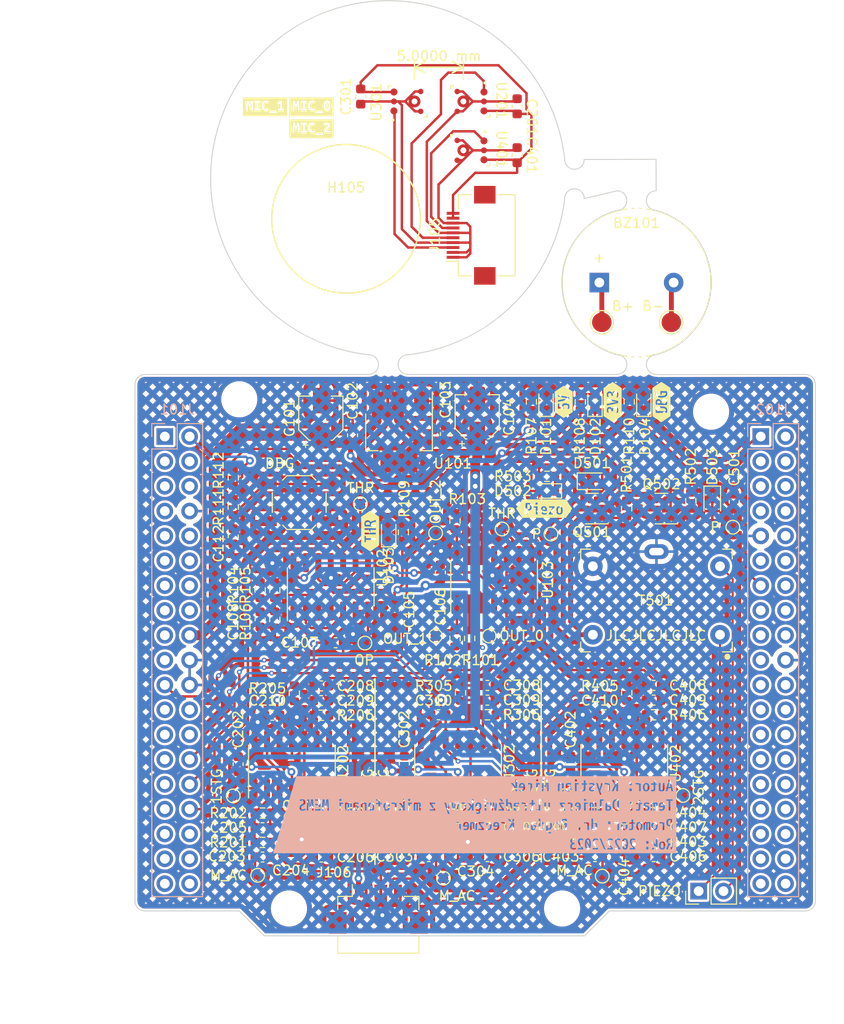
<source format=kicad_pcb>
(kicad_pcb (version 20211014) (generator pcbnew)
  (layers (0 "F.Cu" signal) (31 "B.Cu" signal) (34 "B.Paste" user) (35 "F.Paste" user) (36 "B.SilkS" user "B.Silkscreen") (37 "F.SilkS" user "F.Silkscreen") (38 "B.Mask" user) (39 "F.Mask" user) (44 "Edge.Cuts" user))
  (net 0 "")
  (net 1 "+5V")
  (net 2 "GND")
  (net 3 "+3V3")
  (net 4 "OPERATING_POINT")
  (net 5 "Net-(C108-Pad1)")
  (net 6 "Net-(C203-Pad2)")
  (net 7 "Net-(C204-Pad2)")
  (net 8 "Net-(C205-Pad1)")
  (net 9 "Net-(C205-Pad2)")
  (net 10 "Net-(C206-Pad2)")
  (net 11 "Net-(C207-Pad1)")
  (net 12 "Net-(C207-Pad2)")
  (net 13 "Net-(C208-Pad2)")
  (net 14 "Net-(C209-Pad1)")
  (net 15 "MIC_0")
  (net 16 "Net-(C303-Pad2)")
  (net 17 "Net-(C304-Pad2)")
  (net 18 "Net-(C305-Pad1)")
  (net 19 "Net-(C305-Pad2)")
  (net 20 "Net-(C306-Pad2)")
  (net 21 "Net-(C307-Pad1)")
  (net 22 "Net-(C307-Pad2)")
  (net 23 "Net-(C308-Pad2)")
  (net 24 "Net-(C309-Pad1)")
  (net 25 "MIC_1")
  (net 26 "Net-(C403-Pad2)")
  (net 27 "Net-(C404-Pad2)")
  (net 28 "Net-(C405-Pad1)")
  (net 29 "Net-(C405-Pad2)")
  (net 30 "Net-(C406-Pad2)")
  (net 31 "Net-(C407-Pad1)")
  (net 32 "Net-(C407-Pad2)")
  (net 33 "Net-(C408-Pad2)")
  (net 34 "Net-(C409-Pad1)")
  (net 35 "MIC_2")
  (net 36 "OUT_0")
  (net 37 "OUT_1")
  (net 38 "OUT_2")
  (net 39 "PIEZO")
  (net 40 "THRESHOLD_MCU")
  (net 42 "Net-(R107-Pad2)")
  (net 43 "THRESHOLD_OP")
  (net 44 "Net-(U102-Pad1)")
  (net 45 "Net-(U102-Pad12)")
  (net 48 "Net-(R108-Pad2)")
  (net 49 "Net-(R109-Pad2)")
  (net 50 "Net-(D502-Pad1)")
  (net 51 "GNDA")
  (net 52 "Net-(BZ101-Pad1)")
  (net 53 "Net-(BZ101-Pad2)")
  (net 63 "IOREF")
  (net 81 "Net-(C112-Pad1)")
  (net 82 "/MIC_0/MIC_RAW")
  (net 116 "/MIC_1/MIC_RAW")
  (net 117 "/MIC_2/MIC_RAW")
  (net 118 "Net-(C501-Pad1)")
  (net 119 "Net-(R110-Pad2)")
  (net 120 "DBG_LED")
  (net 121 "Net-(D501-Pad1)")
  (net 122 "DBG_BUT")
  (net 123 "/TRANSMITER/BUZZER+")
  (net 124 "/TRANSMITER/BUZZER-")
  (net 125 "Net-(Q501-Pad1)")
  (net 126 "Net-(Q502-Pad1)")
  (net 127 "Net-(Q502-Pad3)")
  (net 128 "Net-(J105-Pad3)")
  (net 129 "Net-(J105-Pad5)")
  (net 130 "Net-(J105-Pad7)")
  (footprint "Capacitor_SMD:C_0603_1608Metric" (layer "F.Cu") (at 102.25 114.7 180)
    (fp_text reference "C310")
    (fp_text value "100n")
  )
  (footprint "Capacitor_SMD:C_0603_1608Metric" (layer "F.Cu") (at 84.25 129.25 180)
    (fp_text reference "C203")
    (fp_text value "2n")
  )
  (footprint "kibuzzard-6361BD58" (layer "F.Cu") (at 125.052333 82.716106 90)
    (fp_text reference "kibuzzard-6361BD58" hide)
    (fp_text value "G***" hide)
  )
  (footprint "Resistor_SMD:R_0603_1608Metric" (layer "F.Cu") (at 121.494 93.616 -90)
    (fp_text reference "R501")
    (fp_text value "22R")
  )
  (footprint "MountingHole:MountingHole_3.2mm_M3" (layer "F.Cu") (at 114.89 134.51)
    (fp_text reference "H101" hide)
    (fp_text value "MountingHole")
  )
  (footprint "Resistor_SMD:R_0603_1608Metric" (layer "F.Cu") (at 107.25 114.7)
    (fp_text reference "R306")
    (fp_text value "100k")
  )
  (footprint "Package_TO_SOT_SMD:SOT-23" (layer "F.Cu") (at 117.938 93.616 180)
    (fp_text reference "Q501")
    (fp_text value "SS8550")
  )
  (footprint "Resistor_SMD:R_0603_1608Metric" (layer "F.Cu") (at 113.352333 90.316106)
    (fp_text reference "R503")
    (fp_text value "1k")
  )
  (footprint "LED_SMD:LED_0603_1608Metric" (layer "F.Cu") (at 118.252333 82.7 90)
    (fp_text reference "D102")
    (fp_text value "3V3")
  )
  (footprint "Capacitor_SMD:C_0603_1608Metric" (layer "F.Cu") (at 124.25 113.2)
    (fp_text reference "C409")
    (fp_text value "39p")
  )
  (footprint "Capacitor_SMD:CP_Elec_4x3" (layer "F.Cu") (at 106.2095 84.233 90)
    (fp_text reference "C104")
    (fp_text value "10u")
  )
  (footprint "Resistor_SMD:R_0603_1608Metric" (layer "F.Cu") (at 87.5 112.5 -90)
    (fp_text reference "R205")
    (fp_text value "500R")
  )
  (footprint "Capacitor_SMD:C_0603_1608Metric" (layer "F.Cu") (at 115.75 119.7 90)
    (fp_text reference "C402")
    (fp_text value "100n")
  )
  (footprint "Connector_PinHeader_2.54mm:PinHeader_1x02_P2.54mm_Vertical" (layer "F.Cu") (at 128.86 132.732 90)
    (fp_text reference "J104")
    (fp_text value "PIEZO")
  )
  (footprint "Capacitor_SMD:CP_Elec_4x3" (layer "F.Cu") (at 90.2095 84.3705 90)
    (fp_text reference "C101")
    (fp_text value "10u")
  )
  (footprint "Button_Switch_SMD:SW_SPST_TL3342" (layer "F.Cu") (at 88 93.002)
    (fp_text reference "SW101")
    (fp_text value "DBG")
  )
  (footprint "MountingHole:MountingHole_3.2mm_M3" (layer "F.Cu") (at 86.95 134.51)
    (fp_text reference "H102" hide)
    (fp_text value "MountingHole")
  )
  (footprint "Package_TO_SOT_SMD:SOT-223-3_TabPin2" (layer "F.Cu") (at 98.2095 85.783 -90)
    (fp_text reference "U101")
    (fp_text value "LM1117-3.3")
  )
  (footprint "Capacitor_SMD:C_0603_1608Metric" (layer "F.Cu") (at 90.25 113.25)
    (fp_text reference "C209")
    (fp_text value "39p")
  )
  (footprint "Resistor_SMD:R_0603_1608Metric" (layer "F.Cu") (at 128.052333 92.816106 90)
    (fp_text reference "R502")
    (fp_text value "2.2k")
  )
  (footprint "Resistor_SMD:R_0603_1608Metric" (layer "F.Cu") (at 101.25 124.7)
    (fp_text reference "R302")
    (fp_text value "25.5k")
  )
  (footprint "Capacitor_SMD:C_0603_1608Metric" (layer "F.Cu") (at 93.4595 86.1205 90)
    (fp_text reference "C102")
    (fp_text value "100n")
  )
  (footprint "Capacitor_SMD:C_0603_1608Metric" (layer "F.Cu") (at 87.152333 128.016106 90)
    (fp_text reference "C204")
    (fp_text value "1n")
  )
  (footprint "Capacitor_SMD:C_0603_1608Metric" (layer "F.Cu") (at 81.25 96.45 -90)
    (fp_text reference "C112")
    (fp_text value "100n")
  )
  (footprint "SPU0410:SPU0410LR5H-QB" (layer "F.Cu") (at 104.792 51.980106 -90)
    (fp_text reference "U201")
    (fp_text value "SPU0410LR5H-QB")
  )
  (footprint "Capacitor_SMD:C_0603_1608Metric" (layer "F.Cu") (at 84.25 126.25)
    (fp_text reference "C205")
    (fp_text value "117p")
  )
  (footprint "TestPoint:TestPoint_Pad_D2.0mm" (layer "F.Cu") (at 126.066 74.566)
    (fp_text reference "TP108")
    (fp_text value "B-")
  )
  (footprint "Capacitor_SMD:C_0603_1608Metric" (layer "F.Cu") (at 90.25 126.25)
    (fp_text reference "C207")
    (fp_text value "117p")
  )
  (footprint "Resistor_SMD:R_0603_1608Metric" (layer "F.Cu") (at 121.752333 82.7 90)
    (fp_text reference "R110")
    (fp_text value "1k")
  )
  (footprint "kibuzzard-6361C7A3" (layer "F.Cu") (at 95.252333 95.916106 90)
    (fp_text reference "kibuzzard-6361C7A3" hide)
    (fp_text value "G***" hide)
  )
  (footprint "Resistor_SMD:R_0603_1608Metric" (layer "F.Cu") (at 81.25 93.45 90)
    (fp_text reference "R111")
    (fp_text value "1k")
  )
  (footprint "Resistor_SMD:R_0603_1608Metric" (layer "F.Cu") (at 85.5 104.95 -90)
    (fp_text reference "R106")
    (fp_text value "5.1k")
  )
  (footprint "Capacitor_SMD:C_0603_1608Metric" (layer "F.Cu") (at 101.25 126.2)
    (fp_text reference "C305")
    (fp_text value "117p")
  )
  (footprint "Panelization:mouse-bite-2mm-slot" (layer "F.Cu") (at 116.152333 59.916106 90)
    (fp_text reference "mouse-bite-2mm-slot" hide)
    (fp_text value "VAL**" hide)
    (fp_arc (start 2 1) (mid 1 0) (end 2 -1) (layer "Edge.Cuts") (width 0.1))
    (fp_arc (start -2 -1) (mid -1 0) (end -2 1) (layer "Edge.Cuts") (width 0.1))
  )
  (footprint "Resistor_SMD:R_0603_1608Metric" (layer "F.Cu") (at 103.936 106.89 90)
    (fp_text reference "R102")
    (fp_text value "100k")
  )
  (footprint "Resistor_SMD:R_0603_1608Metric" (layer "F.Cu") (at 90.25 127.75 180)
    (fp_text reference "R203")
    (fp_text value "500R")
  )
  (footprint "Capacitor_SMD:C_0603_1608Metric" (layer "F.Cu") (at 91.72 107.33)
    (fp_text reference "C107")
    (fp_text value "100n")
  )
  (footprint "Resistor_SMD:R_0603_1608Metric" (layer "F.Cu") (at 84.25 124.75)
    (fp_text reference "R202")
    (fp_text value "25.5k")
  )
  (footprint "TestPoint:TestPoint_Pad_D1.0mm" (layer "F.Cu") (at 94.252333 93.116106 90)
    (fp_text reference "TP106")
    (fp_text value "THR")
  )
  (footprint "MountingHole:MountingHole_3.2mm_M3" (layer "F.Cu") (at 81.87 82.44)
    (fp_text reference "H104")
    (fp_text value "MountingHole")
  )
  (footprint "Capacitor_SMD:C_0603_1608Metric" (layer "F.Cu") (at 81.75 119.75 90)
    (fp_text reference "C202")
    (fp_text value "100n")
  )
  (footprint "LED_SMD:LED_0603_1608Metric" (layer "F.Cu") (at 113.25 82.7 90)
    (fp_text reference "D101")
    (fp_text value "5V")
  )
  (footprint "TestPoint:TestPoint_Pad_D1.0mm" (layer "F.Cu") (at 104.252333 125.116106 90)
    (fp_text reference "TP304")
    (fp_text value "OP")
  )
  (footprint "LED_SMD:LED_0603_1608Metric" (layer "F.Cu") (at 113.352333 91.816106 180)
    (fp_text reference "D502")
    (fp_text value "BLUE")
  )
  (footprint "Capacitor_SMD:C_0603_1608Metric" (layer "F.Cu") (at 124.25 111.7 180)
    (fp_text reference "C408")
    (fp_text value "2n")
  )
  (footprint "Capacitor_SMD:C_0603_1608Metric" (layer "F.Cu") (at 118.25 126.2)
    (fp_text reference "C405")
    (fp_text value "117p")
  )
  (footprint "Capacitor_SMD:C_0603_1608Metric" (layer "F.Cu") (at 107.25 113.2)
    (fp_text reference "C309")
    (fp_text value "39p")
  )
  (footprint "SPU0410:SPU0410LR5H-QB" (layer "F.Cu") (at 104.792 56.980106 -90)
    (fp_text reference "U401")
    (fp_text value "SPU0410LR5H-QB")
  )
  (footprint "Resistor_SMD:R_0603_1608Metric" (layer "F.Cu") (at 84 101.95 90)
    (fp_text reference "R104")
    (fp_text value "100k")
  )
  (footprint "Resistor_SMD:R_0603_1608Metric" (layer "F.Cu") (at 85.5 101.95 -90)
    (fp_text reference "R105")
    (fp_text value "5.1k")
  )
  (footprint "Capacitor_SMD:C_0603_1608Metric" (layer "F.Cu") (at 110.292 57.480106 90)
    (fp_text reference "C401")
    (fp_text value "100n")
  )
  (footprint "Panelization:mouse-bite-2mm-slot" (layer "F.Cu") (at 122.51 62.12)
    (fp_text reference "mouse-bite-2mm-slot" hide)
    (fp_text value "VAL**" hide)
    (fp_arc (start -2 -1) (mid -1 0) (end -2 1) (layer "Edge.Cuts") (width 0.1))
    (fp_arc (start 2 1) (mid 1 0) (end 2 -1) (layer "Edge.Cuts") (width 0.1))
  )
  (footprint "Resistor_SMD:R_0603_1608Metric" (layer "F.Cu") (at 90.25 124.75)
    (fp_text reference "R204")
    (fp_text value "51k")
  )
  (footprint "Package_SO:SOIC-14_3.9x8.7mm_P1.27mm" (layer "F.Cu") (at 121.25 119.7 90)
    (fp_text reference "U402")
    (fp_text value "MCP6L04x-xSL")
  )
  (footprint "Capacitor_SMD:C_0603_1608Metric" (layer "F.Cu") (at 94.292 51.480106 -90)
    (fp_text reference "C301")
    (fp_text value "100n")
  )
  (footprint "Capacitor_SMD:C_0603_1608Metric" (layer "F.Cu") (at 104.25 127.7 90)
    (fp_text reference "C304")
    (fp_text value "1n")
  )
  (footprint "Package_SO:SOIC-14_3.9x8.7mm_P1.27mm" (layer "F.Cu") (at 91.22 101.62 90)
    (fp_text reference "U102")
    (fp_text value "MCP6L04x-xSL")
  )
  (footprint "Capacitor_SMD:C_0603_1608Metric" (layer "F.Cu") (at 124.25 129.2)
    (fp_text reference "C406")
    (fp_text value "2n")
  )
  (footprint "Resistor_SMD:R_0603_1608Metric" (layer "F.Cu") (at 118.25 127.7 180)
    (fp_text reference "R401")
    (fp_text value "500R")
  )
  (footprint "kibuzzard-636196FE" (layer "F.Cu") (at 89.25 54.782106)
    (fp_text reference "kibuzzard-636196FE" hide)
    (fp_text value "G***" hide)
  )
  (footprint "Resistor_SMD:R_0603_1608Metric" (layer "F.Cu") (at 103.936 94.89 -90)
    (fp_text reference "R103")
    (fp_text value "100k")
  )
  (footprint "Resistor_SMD:R_0603_1608Metric" (layer "F.Cu") (at 111.75 82.7 90)
    (fp_text reference "R107")
    (fp_text value "4.7k")
  )
  (footprint "TestPoint:TestPoint_Pad_D1.0mm" (layer "F.Cu") (at 102.752333 131.416106 90)
    (fp_text reference "TP301")
    (fp_text value "M_AC")
  )
  (footprint "Package_TO_SOT_SMD:SOT-23" (layer "F.Cu") (at 125.05 93.616 180)
    (fp_text reference "Q502")
    (fp_text value "MMBT3904")
  )
  (footprint "Capacitor_SMD:C_0603_1608Metric" (layer "F.Cu") (at 110.292 52.480106 90)
    (fp_text reference "C201")
    (fp_text value "100n")
  )
  (footprint "TestPoint:TestPoint_Pad_D1.0mm" (layer "F.Cu") (at 121.25 125.2 90)
    (fp_text reference "TP404")
    (fp_text value "OP")
  )
  (footprint "MountingHole:MountingHole_3.2mm_M3" (layer "F.Cu") (at 130.13 83.71)
    (fp_text reference "H103")
    (fp_text value "MountingHole")
  )
  (footprint "Capacitor_SMD:C_0603_1608Metric" (layer "F.Cu") (at 121.25 127.95 90)
    (fp_text reference "C404")
    (fp_text value "1n")
  )
  (footprint "kibuzzard-6361BD82" (layer "F.Cu") (at 120.052333 82.716106 90)
    (fp_text reference "kibuzzard-6361BD82" hide)
    (fp_text value "G***" hide)
  )
  (footprint "TestPoint:TestPoint_Pad_D1.0mm" (layer "F.Cu") (at 127.25 122.95 90)
    (fp_text reference "TP403")
    (fp_text value "2STG")
  )
  (footprint "Resistor_SMD:R_0603_1608Metric" (layer "F.Cu") (at 121.5 112.45 -90)
    (fp_text reference "R405")
    (fp_text value "500R")
  )
  (footprint "Panelization:mouse-bite-2mm-slot" (layer "F.Cu") (at 97.11 78.884)
    (fp_text reference "mouse-bite-2mm-slot" hide)
    (fp_text value "VAL**" hide)
    (fp_arc (start -2 -1) (mid -1 0) (end -2 1) (layer "Edge.Cuts") (width 0.1))
    (fp_arc (start 2 1) (mid 1 0) (end 2 -1) (layer "Edge.Cuts") (width 0.1))
  )
  (footprint "Capacitor_SMD:C_0603_1608Metric" (layer "F.Cu") (at 102.9595 85.983 90)
    (fp_text reference "C103")
    (fp_text value "100n")
  )
  (footprint "Capacitor_SMD:C_0603_1608Metric" (layer "F.Cu") (at 119.25 114.7 180)
    (fp_text reference "C410")
    (fp_text value "100n")
  )
  (footprint "Capacitor_SMD:C_0603_1608Metric" (layer "F.Cu") (at 107.25 111.7 180)
    (fp_text reference "C308")
    (fp_text value "2n")
  )
  (footprint "Capacitor_SMD:C_0603_1608Metric" (layer "F.Cu") (at 107.25 126.2)
    (fp_text reference "C307")
    (fp_text value "117p")
  )
  (footprint "Package_SO:SOIC-14_3.9x8.7mm_P1.27mm" (layer "F.Cu") (at 104.25 119.7 90)
    (fp_text reference "U302")
    (fp_text value "MCP6L04x-xSL")
  )
  (footprint "MountingHole:MountingHole_2.2mm_M2" (layer "F.Cu") (at 92.792 63.980106)
    (fp_text reference "H105")
    (fp_text value "BuzzerHole")
  )
  (footprint "TestPoint:TestPoint_Pad_D1.0mm" (layer "F.Cu") (at 101.936 106.64 90)
    (fp_text reference "TP104")
    (fp_text value "OUT_1")
  )
  (footprint "TestPoint:TestPoint_Pad_D1.0mm" (layer "F.Cu") (at 115.25 122.95 90)
    (fp_text reference "TP402")
    (fp_text value "1STG")
  )
  (footprint "Resistor_SMD:R_0603_1608Metric" (layer "F.Cu") (at 124.25 127.7 180)
    (fp_text reference "R403")
    (fp_text value "500R")
  )
  (footprint "kibuzzard-636196F7" (layer "F.Cu") (at 89.25 52.532106)
    (fp_text reference "kibuzzard-636196F7" hide)
    (fp_text value "G***" hide)
  )
  (footprint "TestPoint:TestPoint_Pad_D1.0mm" (layer "F.Cu") (at 110.25 122.95 90)
    (fp_text reference "TP303")
    (fp_text value "2STG")
  )
  (footprint "Capacitor_SMD:C_0603_1608Metric" (layer "F.Cu") (at 85.25 114.75 180)
    (fp_text reference "C210")
    (fp_text value "100n")
  )
  (footprint "TestPoint:TestPoint_Pad_D1.0mm" (layer "F.Cu") (at 108.75 95.7 90)
    (fp_text reference "TP101")
    (fp_text value "THR")
  )
  (footprint "Capacitor_SMD:C_0603_1608Metric" (layer "F.Cu") (at 98.75 119.7 90)
    (fp_text reference "C302")
    (fp_text value "100n")
  )
  (footprint "Buzzer_Beeper:Buzzer_15x7.5RM7.6" (layer "F.Cu") (at 118.7 70.502)
    (fp_text reference "BZ101")
    (fp_text value "Buzzer")
  )
  (footprint "kibuzzard-636196D3" (layer "F.Cu") (at 84.5 52.532106)
    (fp_text reference "kibuzzard-636196D3" hide)
    (fp_text value "G***" hide)
  )
  (footprint "Package_SO:SOIC-14_3.9x8.7mm_P1.27mm" (layer "F.Cu") (at 107.936 100.89 90)
    (fp_text reference "U103")
    (fp_text value "LM239D")
  )
  (footprint "Resistor_SMD:R_0603_1608Metric" (layer "F.Cu") (at 101.25 127.7 180)
    (fp_text reference "R301")
    (fp_text value "500R")
  )
  (footprint "TestPoint:TestPoint_Pad_D1.0mm" (layer "F.Cu") (at 113.752333 96.216106)
    (fp_text reference "TP501")
    (fp_text value "P")
  )
  (footprint "Capacitor_SMD:C_0603_1608Metric" (layer "F.Cu") (at 107.25 129.2)
    (fp_text reference "C306")
    (fp_text value "2n")
  )
  (footprint "Resistor_SMD:R_0603_1608Metric" (layer "F.Cu") (at 116.752333 82.7 90)
    (fp_text reference "R108")
    (fp_text value "2.2k")
  )
  (footprint "Capacitor_SMD:C_0603_1608Metric" (layer "F.Cu") (at 124.25 126.2)
    (fp_text reference "C407")
    (fp_text value "117p")
  )
  (footprint "Capacitor_SMD:C_0603_1608Metric" (layer "F.Cu") (at 90.25 129.25)
    (fp_text reference "C206")
    (fp_text value "2n")
  )
  (footprint "Diode_SMD:D_SOD-323" (layer "F.Cu") (at 117.938 90.822)
    (fp_text reference "D501")
    (fp_text value "1N5819WS")
  )
  (footprint "Resistor_SMD:R_0603_1608Metric" (layer "F.Cu") (at 118.25 124.7)
    (fp_text reference "R402")
    (fp_text value "25.5k")
  )
  (footprint "TestPoint:TestPoint_Pad_D1.0mm" (layer "F.Cu") (at 81.25 123 90)
    (fp_text reference "TP202")
    (fp_text value "1STG")
  )
  (footprint "TestPoint:TestPoint_Pad_D1.0mm" (layer "F.Cu") (at 83.752333 131.116106 90)
    (fp_text reference "TP201")
    (fp_text value "M_AC")
  )
  (footprint "LED_SMD:LED_0603_1608Metric" (layer "F.Cu") (at 97.152333 96.041106 90)
    (fp_text reference "D103")
    (fp_text value "THOLD")
  )
  (footprint "Resistor_SMD:R_0603_1608Metric" (layer "F.Cu") (at 124.25 114.7)
    (fp_text reference "R406")
    (fp_text value "100k")
  )
  (footprint "TestPoint:TestPoint_Pad_D1.0mm" (layer "F.Cu") (at 98.25 122.95 90)
    (fp_text reference "TP302")
    (fp_text value "1STG")
  )
  (footprint "LED_SMD:LED_0603_1608Metric" (layer "F.Cu") (at 123.252333 82.7 90)
    (fp_text reference "D104")
    (fp_text value "DBG")
  )
  (footprint "Resistor_SMD:R_0603_1608Metric" (layer "F.Cu") (at 104.5 112.45 -90)
    (fp_text reference "R305")
    (fp_text value "500R")
  )
  (footprint "Capacitor_SMD:C_0603_1608Metric" (layer "F.Cu") (at 118.25 129.2)
    (fp_text reference "C403")
    (fp_text value "2n")
  )
  (footprint "Panelization:mouse-bite-2mm-slot" (layer "F.Cu") (at 122.51 78.884)
    (fp_text reference "mouse-bite-2mm-slot" hide)
    (fp_text value "VAL**" hide)
    (fp_arc (start 2 1) (mid 1 0) (end 2 -1) (layer "Edge.Cuts") (width 0.1))
    (fp_arc (start -2 -1) (mid -1 0) (end -2 1) (layer "Edge.Cuts") (width 0.1))
  )
  (footprint "Resistor_SMD:R_0603_1608Metric" (layer "F.Cu") (at 98.652333 96.041106 90)
    (fp_text reference "R109")
    (fp_text value "1k")
  )
  (footprint "Resistor_SMD:R_0603_1608Metric" (layer "F.Cu") (at 90.25 114.75)
    (fp_text reference "R206")
    (fp_text value "100k")
  )
  (footprint "TestPoint:TestPoint_Pad_D1.0mm" (layer "F.Cu") (at 93.25 123 90)
    (fp_text reference "TP203")
    (fp_text value "2STG")
  )
  (footprint "Resistor_SMD:R_0603_1608Metric" (layer "F.Cu") (at 124.25 124.7)
    (fp_text reference "R404")
    (fp_text value "51k")
  )
  (footprint "Capacitor_SMD:C_0603_1608Metric" (layer "F.Cu") (at 132.5 92.916106 90)
    (fp_text reference "C501")
    (fp_text value "100n")
  )
  (footprint "Resistor_SMD:R_0603_1608Metric" (layer "F.Cu") (at 107.25 127.7 180)
    (fp_text reference "R303")
    (fp_text value "500R")
  )
  (footprint "TestPoint:TestPoint_Pad_D1.0mm" (layer "F.Cu") (at 132.352333 95.516106)
    (fp_text reference "TP502")
    (fp_text value "P")
  )
  (footprint "kibuzzard-6361C7DF" (layer "F.Cu") (at 113.052333 93.616106)
    (fp_text reference "kibuzzard-6361C7DF" hide)
    (fp_text value "G***" hide)
  )
  (footprint "Connector_FFC-FPC:Hirose_FH12-10S-0.5SH_1x10-1MP_P0.50mm_Horizontal" (layer "F.Cu") (at 96.094 134.576)
    (fp_text reference "J106")
    (fp_text value "FPC")
  )
  (footprint "Diode_SMD:D_SOD-323" (layer "F.Cu") (at 130.252333 92.816106 -90)
    (fp_text reference "D503")
    (fp_text value "1N5819WS")
  )
  (footprint "Resistor_SMD:R_0603_1608Metric" (layer "F.Cu") (at 107.25 124.7)
    (fp_text reference "R304")
    (fp_text value "51k")
  )
  (footprint "Resistor_SMD:R_0603_1608Metric" (layer "F.Cu") (at 81.25 90.45 -90)
    (fp_text reference "R112")
    (fp_text value "10k")
  )
  (footprint "TestPoint:TestPoint_Pad_D2.0mm" (layer "F.Cu") (at 118.954 74.566)
    (fp_text reference "TP107")
    (fp_text value "B+")
  )
  (footprint "Transformer:Transformer_shielded_8x13.5" (layer "F.Cu") (at 124.542 103.014 180)
    (fp_text reference "T501")
    (fp_text value "Transformer_Audio")
  )
  (footprint "TestPoint:TestPoint_Pad_D1.0mm" (layer "F.Cu") (at 119 131.2 90)
    (fp_text reference "TP401")
    (fp_text value "M_AC")
  )
  (footprint "TestPoint:TestPoint_Pad_D1.0mm" (layer "F.Cu") (at 107.436 106.64 180)
    (fp_text reference "TP103")
    (fp_text value "OUT_0")
  )
  (footprint "TestPoint:TestPoint_Pad_D1.0mm" (layer "F.Cu") (at 87.152333 125.216106 90)
    (fp_text reference "TP204")
    (fp_text value "OP")
  )
  (footprint "Capacitor_SMD:C_0603_1608Metric" (layer "F.Cu") (at 97.75 103.95 -90)
    (fp_text reference "C105")
    (fp_text value "100n")
  )
  (footprint "TestPoint:TestPoint_Pad_D1.0mm" (layer "F.Cu") (at 94.72 107.37 180)
    (fp_text reference "TP102")
    (fp_text value "OP")
  )
  (footprint "Resistor_SMD:R_0603_1608Metric" (layer "F.Cu") (at 105.436 106.89 90)
    (fp_text reference "R101")
    (fp_text value "100k")
  )
  (footprint "Package_SO:SOIC-14_3.9x8.7mm_P1.27mm" (layer "F.Cu") (at 87.25 119.75 90)
    (fp_text reference "U202")
    (fp_text value "MCP6L04x-xSL")
  )
  (footprint "Connector_FFC-FPC:Hirose_FH12-10S-0.5SH_1x10-1MP_P0.50mm_Horizontal" (layer "F.Cu") (at 105.582249 65.667857 90)
    (fp_text reference "J105")
    (fp_text value "FPC")
  )
  (footprint "kibuzzard-6361BD6E" (layer "F.Cu") (at 115.052333 82.7 90)
    (fp_text reference "kibuzzard-6361BD6E" hide)
    (fp_text value "G***" hide)
  )
  (footprint "TestPoint:TestPoint_Pad_D1.0mm" (layer "F.Cu") (at 101.952333 96.116106 90)
    (fp_text reference "TP105")
    (fp_text value "OUT_2")
  )
  (footprint "Capacitor_SMD:C_0603_1608Metric" (layer "F.Cu") (at 102.436 100.14 90)
    (fp_text reference "C106")
    (fp_text value "100n")
  )
  (footprint "SPU0410:SPU0410LR5H-QB" (layer "F.Cu") (at 99.792 51.980106 90)
    (fp_text reference "U301")
    (fp_text value "SPU0410LR5H-QB")
  )
  (footprint "Resistor_SMD:R_0603_1608Metric" (layer "F.Cu") (at 84.25 127.75 180)
    (fp_text reference "R201")
    (fp_text value "500R")
  )
  (footprint "Capacitor_SMD:C_0603_1608Metric" (layer "F.Cu") (at 84 104.95 -90)
    (fp_text reference "C108")
    (fp_text value "100n")
  )
  (footprint "Capacitor_SMD:C_0603_1608Metric" (layer "F.Cu") (at 90.25 111.75 180)
    (fp_text reference "C208")
    (fp_text value "2n")
  )
  (footprint "Capacitor_SMD:C_0603_1608Metric" (layer "F.Cu") (at 101.25 129.2)
    (fp_text reference "C303")
    (fp_text value "2n")
  )
  (footprint "Connector_PinSocket_2.54mm:PinSocket_2x19_P2.54mm_Vertical" (layer "B.Cu") (at 135.21 86.25 180)
    (fp_text reference "J102")
    (fp_text value "SHIELD_RIGHT")
  )
  (footprint "Connector_PinSocket_2.54mm:PinSocket_2x19_P2.54mm_Vertical" (layer "B.Cu") (at 74.25 86.25 180)
    (fp_text reference "J101")
    (fp_text value "SHIELD_LEFT")
  )
  (footprint "kibuzzard-6361BCC4" (layer "B.Cu") (at 105.952333 124.916106 180)
    (fp_text reference "kibuzzard-6361BCC4" hide)
    (fp_text value "G***" hide)
  )
  (gr_line (start 112.75 110.752) (end 112.75 129.752) (layer "F.SilkS") (width 0.15))
  (gr_circle (center 92.792 63.980106) (end 92.792 56.380106) (layer "F.SilkS") (width 0.15) (fill none))
  (gr_line (start 95.75 130.002) (end 95.75 111.002) (layer "F.SilkS") (width 0.15))
  (gr_line (start 120.5 79.9) (end 120.51 79.884) (layer "Edge.Cuts") (width 0.1))
  (gr_line (start 99.252333 79.9) (end 99.11 79.884) (layer "Edge.Cuts") (width 0.1))
  (gr_line (start 71.202 133.748) (end 71.202 80.916) (layer "Edge.Cuts") (width 0.1))
  (gr_arc (start 115.152333 61.916106) (mid 109.917776 72.699653) (end 99.11 77.884) (layer "Edge.Cuts") (width 0.1))
  (gr_arc (start 124.51 63.12) (mid 130.151815 70.502) (end 124.51 77.884) (layer "Edge.Cuts") (width 0.1))
  (gr_line (start 99.252333 79.9) (end 120.5 79.9) (layer "Edge.Cuts") (width 0.1))
  (gr_line (start 124.652333 79.916106) (end 139.782 79.9) (layer "Edge.Cuts") (width 0.1))
  (gr_arc (start 71.202 80.916) (mid 71.49958 80.19758) (end 72.218 79.9) (layer "Edge.Cuts") (width 0.1))
  (gr_line (start 117.152333 57.916106) (end 124.5 57.902) (layer "Edge.Cuts") (width 0.1))
  (gr_line (start 119.716 134.764) (end 139.782 134.764) (layer "Edge.Cuts") (width 0.1))
  (gr_line (start 81.87 134.764) (end 84.41 137.304) (layer "Edge.Cuts") (width 0.1))
  (gr_line (start 140.798 80.916) (end 140.798 133.748) (layer "Edge.Cuts") (width 0.1))
  (gr_arc (start 72.218 134.764) (mid 71.49958 134.46642) (end 71.202 133.748) (layer "Edge.Cuts") (width 0.1))
  (gr_line (start 124.5 57.902) (end 124.51 61.12) (layer "Edge.Cuts") (width 0.1))
  (gr_line (start 84.41 137.304) (end 117.176 137.304) (layer "Edge.Cuts") (width 0.1))
  (gr_line (start 124.652333 79.916106) (end 124.51 79.884) (layer "Edge.Cuts") (width 0.1))
  (gr_line (start 120.51 61.12) (end 117.152333 61.916106) (layer "Edge.Cuts") (width 0.1))
  (gr_line (start 117.176 137.304) (end 119.716 134.764) (layer "Edge.Cuts") (width 0.1))
  (gr_line (start 94.952333 79.9) (end 95.11 79.884) (layer "Edge.Cuts") (width 0.1))
  (gr_arc (start 139.782 79.9) (mid 140.50042 80.19758) (end 140.798 80.916) (layer "Edge.Cuts") (width 0.1))
  (gr_line (start 94.952333 79.9) (end 72.218 79.9) (layer "Edge.Cuts") (width 0.1))
  (gr_arc (start 120.51 77.884) (mid 114.872482 70.502) (end 120.51 63.12) (layer "Edge.Cuts") (width 0.1))
  (gr_arc (start 140.798 133.748) (mid 140.50042 134.46642) (end 139.782 134.764) (layer "Edge.Cuts") (width 0.1))
  (gr_line (start 72.218 134.764) (end 81.87 134.764) (layer "Edge.Cuts") (width 0.1))
  (gr_arc (start 95.11 77.884) (mid 84.281993 46.973153) (end 115.152333 57.916106) (layer "Edge.Cuts") (width 0.1))
  (gr_text "JLCJLCJLCJLC" (at 124.5 106.602) (layer "F.SilkS") (effects (font (size 1 1))))
  (dimension (type aligned) (layer "F.SilkS") (pts (xy 99.792 50.230106) (xy 104.792 50.230106)) (height -1.75) (gr_text "5,0000 mm" (at 102.292 47.330106) (layer "F.SilkS") (effects (font (size 1 1) (thickness 0.15)))) (format (units 3) (units_format 1) (precision 4)) (style (thickness 0.15) (arrow_length 1.27) (text_position_mode 0) (extension_height 0.58642) (extension_offset 0.5) keep_text_aligned))
  (segment (start 90.9345 86.8955) (end 90.2095 86.1705) (width 1) (layer "F.Cu") (net 1))
  (segment (start 93.692648 86.8955) (end 93.4595 86.8955) (width 1) (layer "F.Cu") (net 1))
  (segment (start 118.8755 92.666) (end 119.034 92.666) (width 0.5) (layer "F.Cu") (net 1))
  (segment (start 93.252333 87.102667) (end 93.4595 86.8955) (width 0.5) (layer "F.Cu") (net 1))
  (segment (start 79.25 105.218439) (end 79.25 89.2) (width 1) (layer "F.Cu") (net 1))
  (segment (start 93.4595 86.8955) (end 90.9345 86.8955) (width 1) (layer "F.Cu") (net 1))
  (segment (start 111.75 85.218439) (end 111.352333 85.616106) (width 0.25) (layer "F.Cu") (net 1))
  (segment (start 119.034 92.666) (end 120.25 91.45) (width 0.5) (layer "F.Cu") (net 1))
  (segment (start 82.2795 86.1705) (end 90.2095 86.1705) (width 1) (layer "F.Cu") (net 1))
  (segment (start 93.252333 88.216106) (end 93.252333 87.102667) (width 0.5) (layer "F.Cu") (net 1))
  (segment (start 95.9095 84.678648) (end 93.692648 86.8955) (width 1) (layer "F.Cu") (net 1))
  (segment (start 119 87.95) (end 108.75 87.95) (width 0.5) (layer "F.Cu") (net 1))
  (segment (start 120.25 91.45) (end 120.25 89.2) (width 0.5) (layer "F.Cu") (net 1))
  (segment (start 95.9095 82.633) (end 95.9095 84.678648) (width 1) (layer "F.Cu") (net 1))
  (segment (start 120.25 89.2) (end 119 87.95) (width 0.5) (layer "F.Cu") (net 1))
  (segment (start 111.75 83.525) (end 111.75 85.218439) (width 0.25) (layer "F.Cu") (net 1))
  (segment (start 77.898439 106.57) (end 79.25 105.218439) (width 1) (layer "F.Cu") (net 1))
  (segment (start 76.79 106.57) (end 77.898439 106.57) (width 1) (layer "F.Cu") (net 1))
  (segment (start 79.25 89.2) (end 82.2795 86.1705) (width 1) (layer "F.Cu") (net 1))
  (via (at 111.352333 85.616106) (size 0.8) (drill 0.4) (layers "F.Cu" "B.Cu") (net 1))
  (via (at 93.252333 88.216106) (size 0.8) (drill 0.4) (layers "F.Cu" "B.Cu") (net 1))
  (via (at 108.75 87.95) (size 0.8) (drill 0.4) (layers "F.Cu" "B.Cu") (net 1))
  (segment (start 96.486227 91.45) (end 100.75 91.45) (width 0.5) (layer "B.Cu") (net 1))
  (segment (start 103.5 88.7) (end 108 88.7) (width 0.5) (layer "B.Cu") (net 1))
  (segment (start 108 88.7) (end 108.75 87.95) (width 0.5) (layer "B.Cu") (net 1))
  (segment (start 109.018439 87.95) (end 108.75 87.95) (width 0.25) (layer "B.Cu") (net 1))
  (segment (start 100.75 91.45) (end 103.5 88.7) (width 0.5) (layer "B.Cu") (net 1))
  (segment (start 93.252333 88.216106) (end 96.486227 91.45) (width 0.5) (layer "B.Cu") (net 1))
  (segment (start 111.352333 85.616106) (end 109.018439 87.95) (width 0.25) (layer "B.Cu") (net 1))
  (segment (start 101.05 56.103106) (end 101.05 64.19571) (width 0.25) (layer "F.Cu") (net 2))
  (segment (start 102.272147 65.417857) (end 103.732249 65.417857) (width 0.25) (layer "F.Cu") (net 2))
  (segment (start 105.385751 65.417857) (end 105.5 65.532106) (width 0.25) (layer "F.Cu") (net 2))
  (segment (start 101.05 64.19571) (end 102.272147 65.417857) (width 0.25) (layer "F.Cu") (net 2))
  (segment (start 105.114249 67.917857) (end 103.732249 67.917857) (width 0.25) (layer "F.Cu") (net 2))
  (segment (start 99.845333 52.995106) (end 98.830333 51.980106) (width 0.25) (layer "F.Cu") (net 2))
  (segment (start 104.738667 52.995106) (end 105.753667 51.980106) (width 0.25) (layer "F.Cu") (net 2))
  (segment (start 98.121749 51.980106) (end 98.5 52.358357) (width 0.25) (layer "F.Cu") (net 2))
  (segment (start 105.5 67.532106) (end 105.114249 67.917857) (width 0.25) (layer "F.Cu") (net 2))
  (segment (start 100.426 52.995106) (end 99.845333 52.995106) (width 0.25) (layer "F.Cu") (net 2))
  (segment (start 102.782249 64.417857) (end 102.25 63.885608) (width 0.25) (layer "F.Cu") (net 2))
  (segment (start 97.689 51.980106) (end 98.121749 51.980106) (width 0.25) (layer "F.Cu") (net 2))
  (segment (start 91.25 99.175) (end 91.22 99.145) (width 0.25) (layer "F.Cu") (net 2))
  (segment (start 110.017 51.980106) (end 106.895 51.980106) (width 0.25) (layer "F.Cu") (net 2))
  (segment (start 97.689 51.980106) (end 98.830333 51.980106) (width 0.25) (layer "F.Cu") (net 2))
  (segment (start 105.135751 64.417857) (end 105.5 64.782106) (width 0.25) (layer "F.Cu") (net 2))
  (segment (start 106.895 56.980106) (end 105.753667 56.980106) (width 0.25) (layer "F.Cu") (net 2))
  (segment (start 104.738667 50.965106) (end 104.158 50.965106) (width 0.25) (layer "F.Cu") (net 2))
  (segment (start 96.844 134.106) (end 96.75 134.2) (width 0.25) (layer "F.Cu") (net 2))
  (segment (start 110.292 51.705106) (end 110.017 51.980106) (width 0.25) (layer "F.Cu") (net 2))
  (segment (start 91.25 100.7) (end 91.25 99.175) (width 0.25) (layer "F.Cu") (net 2))
  (segment (start 95.844 134.106) (end 95.75 134.2) (width 0.25) (layer "F.Cu") (net 2))
  (segment (start 94.844 132.726) (end 94.844 134.106) (width 0.25) (layer "F.Cu") (net 2))
  (segment (start 104.158 57.995106) (end 104.738667 57.995106) (width 0.25) (layer "F.Cu") (net 2))
  (segment (start 98.5 52.358357) (end 98.5 65.032106) (width 0.25) (layer "F.Cu") (net 2))
  (segment (start 103.732249 64.417857) (end 105.135751 64.417857) (width 0.25) (layer "F.Cu") (net 2))
  (segment (start 95.844 132.726) (end 95.844 134.106) (width 0.25) (layer "F.Cu") (net 2))
  (segment (start 102.25 60.483773) (end 105.753667 56.980106) (width 0.25) (layer "F.Cu") (net 2))
  (segment (start 105.753667 51.980106) (end 104.738667 50.965106) (width 0.25) (layer "F.Cu") (net 2))
  (segment (start 105.5 64.782106) (end 105.5 65.532106) (width 0.25) (layer "F.Cu") (net 2))
  (segment (start 94.567 51.980106) (end 94.292 52.255106) (width 0.25) (layer "F.Cu") (net 2))
  (segment (start 99.845333 50.965106) (end 100.426 50.965106) (width 0.25) (layer "F.Cu") (net 2))
  (segment (start 99.885751 66.417857) (end 103.732249 66.417857) (width 0.25) (layer "F.Cu") (net 2))
  (segment (start 106.895 56.980106) (end 110.017 56.980106) (width 0.25) (layer "F.Cu") (net 2))
  (segment (start 105.5 66.532106) (end 105.5 67.032106) (width 0.25) (layer "F.Cu") (net 2))
  (segment (start 105.5 67.032106) (end 105.5 67.532106) (width 0.25) (layer "F.Cu") (net 2))
  (segment (start 103.732249 67.417857) (end 105.114249 67.417857) (width 0.25) (layer "F.Cu") (net 2))
  (segment (start 104.738667 55.965106) (end 104.158 55.965106) (width 0.25) (layer "F.Cu") (net 2))
  (segment (start 105.114249 67.417857) (end 105.5 67.032106) (width 0.25) (layer "F.Cu") (net 2))
  (segment (start 104.158 52.995106) (end 104.738667 52.995106) (width 0.25) (layer "F.Cu") (net 2))
  (segment (start 98.830333 51.980106) (end 99.845333 50.965106) (width 0.25) (layer "F.Cu") (net 2))
  (segment (start 104.158 52.995106) (end 101.05 56.103106) (width 0.25) (layer "F.Cu") (net 2))
  (segment (start 103.732249 64.417857) (end 102.782249 64.417857) (width 0.25) (layer "F.Cu") (net 2))
  (segment (start 103.732249 65.417857) (end 105.385751 65.417857) (width 0.25) (layer "F.Cu") (net 2))
  (segment (start 105.753667 56.980106) (end 104.738667 55.965106) (width 0.25) (layer "F.Cu") (net 2))
  (segment (start 110.017 56.980106) (end 110.292 56.705106) (width 0.25) (layer "F.Cu") (net 2))
  (segment (start 102.25 63.885608) (end 102.25 60.483773) (width 0.25) (layer "F.Cu") (net 2))
  (segment (start 105.5 65.532106) (end 105.5 66.532106) (width 0.25) (layer "F.Cu") (net 2))
  (segment (start 103.732249 66.417857) (end 105.385751 66.417857) (width 0.25) (layer "F.Cu") (net 2))
  (segment (start 97.689 51.980106) (end 94.567 51.980106) (width 0.25) (layer "F.Cu") (net 2))
  (segment (start 96.844 132.726) (end 96.844 134.106) (width 0.25) (layer "F.Cu") (net 2))
  (segment (start 104.738667 57.995106) (end 105.753667 56.980106) (width 0.25) (layer "F.Cu") (net 2))
  (segment (start 105.385751 66.417857) (end 105.5 66.532106) (width 0.25) (layer "F.Cu") (net 2))
  (segment (start 98.5 65.032106) (end 99.885751 66.417857) (width 0.25) (layer "F.Cu") (net 2))
  (segment (start 106.895 51.980106) (end 105.753667 51.980106) (width 0.25) (layer "F.Cu") (net 2))
  (via (at 102.5 97.95) (size 0.8) (drill 0.4) (layers "F.Cu" "B.Cu") (net 2))
  (via (at 104.75 114.95) (size 0.8) (drill 0.4) (layers "F.Cu" "B.Cu") (net 2))
  (via (at 122.25 127.95) (size 0.8) (drill 0.4) (layers "F.Cu" "B.Cu") (net 2))
  (via (at 83.75 115.45) (size 0.8) (drill 0.4) (layers "F.Cu" "B.Cu") (net 2))
  (via (at 117 114.7) (size 0.8) (drill 0.4) (layers "F.Cu" "B.Cu") (net 2))
  (via (at 121.75 114.95) (size 0.8) (drill 0.4) (layers "F.Cu" "B.Cu") (net 2))
  (via (at 91.25 100.7) (size 0.8) (drill 0.4) (layers "F.Cu" "B.Cu") (net 2))
  (via (at 118.5 89.2) (size 0.8) (drill 0.4) (layers "F.Cu" "B.Cu") (net 2))
  (via (at 105.25 127.7) (size 0.8) (drill 0.4) (layers "F.Cu" "B.Cu") (net 2))
  (via (at 107.75 100.45) (size 0.8) (drill 0.4) (layers "F.Cu" "B.Cu") (net 2))
  (via (at 85.25 99.2) (size 0.8) (drill 0.4) (layers "F.Cu" "B.Cu") (net 2))
  (via (at 96.5 135.2) (size 0.8) (drill 0.4) (layers "F.Cu" "B.Cu") (net 2))
  (via (at 121.25 119.2) (size 0.8) (drill 0.4) (layers "F.Cu" "B.Cu") (net 2))
  (via (at 87.75 114.95) (size 0.8) (drill 0.4) (layers "F.Cu" "B.Cu") (net 2))
  (via (at 88.25 127.45) (size 0.8) (drill 0.4) (layers "F.Cu" "B.Cu") (net 2))
  (via (at 93.5 106.45) (size 0.8) (drill 0.4) (layers "F.Cu" "B.Cu") (net 2))
  (segment (start 98.2095 84.533) (end 98.2095 82.633) (width 1) (layer "F.Cu") (net 3))
  (segment (start 88.352333 88.716106) (end 92.452333 88.716106) (width 0.25) (layer "F.Cu") (net 3))
  (segment (start 119.661227 85.616106) (end 117.652333 85.616106) (width 0.25) (layer "F.Cu") (net 3))
  (segment (start 87.25 122.225) (end 87.25 120.586) (width 0.25) (layer "F.Cu") (net 3))
  (segment (start 111.25 52.782106) (end 111.25 51.152) (width 0.25) (layer "F.Cu") (net 3))
  (segment (start 103.732249 61.549857) (end 106 59.282106) (width 0.25) (layer "F.Cu") (net 3))
  (segment (start 106 59.282106) (end 110.25 59.282106) (width 0.25) (layer "F.Cu") (net 3))
  (segment (start 98.939 120.286) (end 98.75 120.475) (width 0.25) (layer "F.Cu") (net 3))
  (segment (start 82.243 120.032) (end 81.75 120.525) (width 0.25) (layer "F.Cu") (net 3))
  (segment (start 114.636 120.032) (end 115.307 120.032) (width 0.25) (layer "F.Cu") (net 3))
  (segment (start 97 102.7) (end 91.75 102.7) (width 0.25) (layer "F.Cu") (net 3))
  (segment (start 106 88.79) (end 106 90.314) (width 1) (layer "F.Cu") (net 3))
  (segment (start 87.25 120.586) (end 87.204 120.54) (width 0.25) (layer "F.Cu") (net 3))
  (segment (start 111.723 53.255106) (end 111.25 52.782106) (width 0.25) (layer "F.Cu") (net 3))
  (segment (start 100.3845 86.758) (end 100.4345 86.758) (width 1) (layer "F.Cu") (net 3))
  (segment (start 110.292 58.255106) (end 111.75 56.797106) (width 0.25) (layer "F.Cu") (net 3))
  (segment (start 87.152333 87.516106) (end 88.352333 88.716106) (width 0.25) (layer "F.Cu") (net 3))
  (segment (start 96.852333 90.716106) (end 98.2095 89.358939) (width 0.25) (layer "F.Cu") (net 3))
  (segment (start 121.25 120.55) (end 121.24 120.54) (width 0.25) (layer "F.Cu") (net 3))
  (segment (start 106.666 102.366) (end 105.215 100.915) (width 0.25) (layer "F.Cu") (net 3))
  (segment (start 97.75 103.175) (end 97.75 102.218439) (width 0.25) (layer "F.Cu") (net 3))
  (segment (start 109.983 52.946106) (end 106.895 52.946106) (width 0.25) (layer "F.Cu") (net 3))
  (segment (start 94.452333 90.716106) (end 96.852333 90.716106) (width 0.25) (layer "F.Cu") (net 3))
  (segment (start 106.895 57.946106) (end 109.983 57.946106) (width 0.25) (layer "F.Cu") (net 3))
  (segment (start 94.062 131.4245) (end 94.062 132.224) (width 0.5) (layer "F.Cu") (net 3))
  (segment (start 92.452333 88.716106) (end 94.452333 90.716106) (width 0.25) (layer "F.Cu") (net 3))
  (segment (start 109.983 57.946106) (end 110.292 58.255106) (width 0.25) (layer "F.Cu") (net 3))
  (segment (start 82.452333 87.516106) (end 87.152333 87.516106) (width 0.25) (layer "F.Cu") (net 3))
  (segment (start 104.25 120.568) (end 104.222 120.54) (width 0.25) (layer "F.Cu") (net 3))
  (segment (start 103.936 107.715) (end 105.436 107.715) (width 0.25) (layer "F.Cu") (net 3))
  (segment (start 106.2095 86.033) (end 106.2095 88.5805) (width 1) (layer "F.Cu") (net 3))
  (segment (start 111.75 53.282106) (end 111.723 53.255106) (width 0.25) (layer "F.Cu") (net 3))
  (segment (start 103.936 94.065) (end 103.936 93.394) (width 0.25) (layer "F.Cu") (net 3))
  (segment (start 91.75 102.7) (end 91.22 103.23) (width 0.25) (layer "F.Cu") (net 3))
  (segment (start 96 48.282106) (end 94.292 49.990106) (width 0.25) (layer "F.Cu") (net 3))
  (segment (start 103.936 93.394) (end 106 91.33) (width 0.25) (layer "F.Cu") (net 3))
  (segment (start 97.75 103.175) (end 97.475 103.175) (width 0.25) (layer "F.Cu") (net 3))
  (segment (start 100.92 101.49) (end 101.861 101.49) (width 0.5) (layer "F.Cu") (net 3))
  (segment (start 94.292 49.990106) (end 94.292 50.705106) (width 0.25) (layer "F.Cu") (net 3))
  (segment (start 97.689 51.014106) (end 94.601 51.014106) (width 0.25) (layer "F.Cu") (net 3))
  (segment (start 115.307 120.032) (end 115.75 120.475) (width 0.25) (layer "F.Cu") (net 3))
  (segment (start 97.75 102.218439) (end 98.052333 101.916106) (width 0.25) (layer "F.Cu") (net 3))
  (segment (start 98.725 120.45) (end 98.75 120.475) (width 0.5) (layer "F.Cu") (net 3))
  (segment (start 116.752333 84.716106) (end 116.752333 84.516106) (width 0.25) (layer "F.Cu") (net 3))
  (segment (start 106.637 107.715) (end 106.762 107.84) (width 0.25) (layer "F.Cu") (net 3))
  (segment (start 105.436 107.715) (end 106.637 107.715) (width 0.25) (layer "F.Cu") (net 3))
  (segment (start 100.4345 86.758) (end 98.2095 84.533) (width 1) (layer "F.Cu") (net 3))
  (segment (start 102.9595 86.758) (end 105.4845 86.758) (width 1) (layer "F.Cu") (net 3))
  (segment (start 106 90.314) (end 106 91.33) (width 1) (layer "F.Cu") (net 3))
  (segment (start 105.4845 86.758) (end 106.2095 86.033) (width 1) (layer "F.Cu") (net 3))
  (segment (start 98.2095 88.933) (end 100.3845 86.758) (width 1) (layer "F.Cu") (net 3))
  (segment (start 111.75 56.797106) (end 111.75 53.282106) (width 0.25) (layer "F.Cu") (net 3))
  (segment (start 108.380106 48.282106) (end 96 48.282106) (width 0.25) (layer "F.Cu") (net 3))
  (segment (start 91.22 102.67) (end 91.22 104.095) (width 0.25) (layer "F.Cu") (net 3))
  (segment (start 98.652333 96.866106) (end 98.55 96.968439) (width 0.25) (layer "F.Cu") (net 3))
  (segment (start 94.601 51.014106) (end 94.292 50.705106) (width 0.25) (layer "F.Cu") (net 3))
  (segment (start 81.25 89.625) (end 81.25 88.718439) (width 0.25) (layer "F.Cu") (net 3))
  (segment (start 110.292 59.240106) (end 110.292 58.255106) (width 0.25) (layer "F.Cu") (net 3))
  (segment (start 117.652333 85.616106) (end 116.752333 84.716106) (width 0.25) (layer "F.Cu") (net 3))
  (segment (start 83.14 120.032) (end 82.243 120.032) (width 0.25) (layer "F.Cu") (net 3))
  (segment (start 98.55 96.968439) (end 98.55 101.418439) (width 0.25) (layer "F.Cu") (net 3))
  (segment (start 111.25 51.152) (end 108.380106 48.282106) (width 0.25) (layer "F.Cu") (net 3))
  (segment (start 100.158 120.286) (end 98.939 120.286) (width 0.25) (layer "F.Cu") (net 3))
  (segment (start 116.752333 84.516106) (end 116.752333 83.525) (width 0.25) (layer "F.Cu") (net 3))
  (segment (start 87.25 101.95) (end 90.5 101.95) (width 0.25) (layer "F.Cu") (net 3))
  (segment (start 98.2095 89.358939) (end 98.2095 88.933) (width 0.25) (layer "F.Cu") (net 3))
  (segment (start 110.292 53.255106) (end 109.983 52.946106) (width 0.25) (layer "F.Cu") (net 3))
  (segment (start 98.55 101.418439) (end 98.052333 101.916106) (width 0.25) (layer "F.Cu") (net 3))
  (segment (start 116.752333 84.516106) (end 114.752333 86.516106) (width 0.25) (layer "F.Cu") (net 3))
  (segment (start 105.215 100.915) (end 102.436 100.915) (width 0.25) (layer "F.Cu") (net 3))
  (segment (start 110.25 59.282106) (end 110.292 59.240106) (width 0.25) (layer "F.Cu") (net 3))
  (segment (start 111.723 53.255106) (end 110.292 53.255106) (width 0.25) (layer "F.Cu") (net 3))
  (segment (start 106.2095 88.5805) (end 106 88.79) (width 1) (layer "F.Cu") (net 3))
  (segment (start 86.425 101.125) (end 87.25 101.95) (width 0.25) (layer "F.Cu") (net 3))
  (segment (start 90.5 101.95) (end 91.22 102.67) (width 0.25) (layer "F.Cu") (net 3))
  (segment (start 91.22 103.23) (end 91.22 104.095) (width 0.25) (layer "F.Cu") (net 3))
  (segment (start 114.752333 86.516106) (end 106.692606 86.516106) (width 0.25) (layer "F.Cu") (net 3))
  (segment (start 81.25 88.718439) (end 82.452333 87.516106) (width 0.25) (layer "F.Cu") (net 3))
  (segment (start 97.5 120.45) (end 98.725 120.45) (width 0.5) (layer "F.Cu") (net 3))
  (segment (start 103.732249 63.917857) (end 103.732249 61.549857) (width 0.25) (layer "F.Cu") (net 3))
  (segment (start 102.9595 86.758) (end 100.4345 86.758) (width 1) (layer "F.Cu") (net 3))
  (segment (start 101.861 101.49) (end 102.436 100.915) (width 0.5) (layer "F.Cu") (net 3))
  (segment (start 121.752333 83.525) (end 119.661227 85.616106) (width 0.25) (layer "F.Cu") (net 3))
  (segment (start 104.25 122.175) (end 104.25 120.568) (width 0.25) (layer "F.Cu") (net 3))
  (segment (start 121.25 122.175) (end 121.25 120.55) (width 0.25) (layer "F.Cu") (net 3))
  (segment (start 106.692606 86.516106) (end 106.2095 86.033) (width 0.25) (layer "F.Cu") (net 3))
  (segment (start 94.062 132.224) (end 94.062 132.732) (width 0.5) (layer "F.Cu") (net 3))
  (segment (start 106.666 103.365) (end 106.666 102.366) (width 0.25) (layer "F.Cu") (net 3))
  (segment (start 97.475 103.175) (end 97 102.7) (width 0.25) (layer "F.Cu") (net 3))
  (segment (start 85.5 101.125) (end 86.425 101.125) (width 0.25) (layer "F.Cu") (net 3))
  (via (at 106 91.33) (size 1) (drill 0.5) (layers "F.Cu" "B.Cu") (net 3))
  (via (at 106.762 107.84) (size 0.5) (drill 0.25) (layers "F.Cu" "B.Cu") (net 3))
  (via (at 87.204 120.54) (size 0.8) (drill 0.4) (layers "F.Cu" "B.Cu") (net 3))
  (via (at 97.5 120.45) (size 1) (drill 0.5) (layers "F.Cu" "B.Cu") (net 3))
  (via (at 83.14 120.032) (size 0.8) (drill 0.4) (layers "F.Cu" "B.Cu") (net 3))
  (via (at 100.92 101.49) (size 1) (drill 0.5) (layers "F.Cu" "B.Cu") (net 3))
  (via (at 114.636 120.032) (size 0.8) (drill 0.4) (layers "F.Cu" "B.Cu") (net 3))
  (via (at 121.24 120.54) (size 0.8) (drill 0.4) (layers "F.Cu" "B.Cu") (net 3))
  (via (at 94.062 131.4245) (size 0.8) (drill 0.4) (layers "F.Cu" "B.Cu") (net 3))
  (via (at 100.158 120.286) (size 0.8) (drill 0.4) (layers "F.Cu" "B.Cu") (net 3))
  (via (at 106 90.314) (size 1) (drill 0.5) (layers "F.Cu" "B.Cu") (net 3))
  (via (at 104.222 120.54) (size 0.8) (drill 0.4) (layers "F.Cu" "B.Cu") (net 3))
  (via (at 98.052333 101.916106) (size 0.8) (drill 0.4) (layers "F.Cu" "B.Cu") (net 3))
  (segment (start 83.648 119.016) (end 83.14 119.524) (width 0.5) (layer "B.Cu") (net 3))
  (segment (start 103.968 120.286) (end 100.158 120.286) (width 0.25) (layer "B.Cu") (net 3))
  (segment (start 105.66 115.8) (end 102.532 115.8) (width 0.5) (layer "B.Cu") (net 3))
  (segment (start 97.5 120.2) (end 97.5 120.45) (width 0.5) (layer "B.Cu") (net 3))
  (segment (start 114.636 120.032) (end 110.572 120.032) (width 0.5) (layer "B.Cu") (net 3))
  (segment (start 120.732 120.032) (end 121.24 120.54) (width 0.25) (layer "B.Cu") (net 3))
  (segment (start 98.052333 101.916106) (end 98.018439 101.95) (width 0.25) (layer "B.Cu") (net 3))
  (segment (start 114.636 120.032) (end 120.732 120.032) (width 0.25) (layer "B.Cu") (net 3))
  (segment (start 100.493894 101.916106) (end 100.92 101.49) (width 0.5) (layer "B.Cu") (net 3))
  (segment (start 106.762 107.84) (end 106 107.84) (width 0.25) (layer "B.Cu") (net 3))
  (segment (start 110.572 120.032) (end 106 115.46) (width 0.5) (layer "B.Cu") (net 3))
  (segment (start 100.92 101.49) (end 105.46 101.49) (width 0.5) (layer "B.Cu") (net 3))
  (segment (start 98.052333 101.916106) (end 100.493894 101.916106) (width 0.5) (layer "B.Cu") (net 3))
  (segment (start 104.222 120.54) (end 103.968 120.286) (width 0.25) (layer "B.Cu") (net 3))
  (segment (start 94.824 119.016) (end 83.648 119.016) (width 0.5) (layer "B.Cu") (net 3))
  (segment (start 106 98.95) (end 106 107.84) (width 1) (layer "B.Cu") (net 3))
  (segment (start 87.204 120.54) (end 86.696 120.032) (width 0.25) (layer "B.Cu") (net 3))
  (segment (start 102.532 115.8) (end 99.316 119.016) (width 0.5) (layer "B.Cu") (net 3))
  (segment (start 96.316 119.016) (end 94.824 119.016) (width 0.5) (layer "B.Cu") (net 3))
  (segment (start 106 100.95) (end 106 98.95) (width 0.5) (layer "B.Cu") (net 3))
  (segment (start 106 107.84) (end 106 115.46) (width 1) (layer "B.Cu") (net 3))
  (segment (start 105.46 101.49) (end 106 100.95) (width 0.5) (layer "B.Cu") (net 3))
  (segment (start 106 90.314) (end 106 98.95) (width 1) (layer "B.Cu") (net 3))
  (segment (start 99.316 119.016) (end 96.316 119.016) (width 0.5) (layer "B.Cu") (net 3))
  (segment (start 94.824 119.016) (end 94.062 119.778) (width 0.5) (layer "B.Cu") (net 3))
  (segment (start 83.14 119.524) (end 83.14 120.032) (width 0.5) (layer "B.Cu") (net 3))
  (segment (start 96.316 119.016) (end 97.5 120.2) (width 0.5) (layer "B.Cu") (net 3))
  (segment (start 86.696 120.032) (end 83.14 120.032) (width 0.25) (layer "B.Cu") (net 3))
  (segment (start 106 115.46) (end 105.66 115.8) (width 0.5) (layer "B.Cu") (net 3))
  (segment (start 94.062 119.778) (end 94.062 131.4245) (width 0.5) (layer "B.Cu") (net 3))
  (segment (start 102.98 117.225) (end 102.98 114.745) (width 0.25) (layer "F.Cu") (net 4))
  (segment (start 92.445 105.83) (end 92.97 105.83) (width 0.25) (layer "F.Cu") (net 4))
  (segment (start 90.945 107.33) (end 92.445 105.83) (width 0.25) (layer "F.Cu") (net 4))
  (segment (start 120.025 114.7) (end 120.025 113.725) (width 0.25) (layer "F.Cu") (net 4))
  (segment (start 113 116.45) (end 116.25 113.2) (width 0.25) (layer "F.Cu") (net 4))
  (segment (start 89.62 107.33) (end 89.5 107.45) (width 0.25) (layer "F.Cu") (net 4))
  (segment (start 119.98 114.745) (end 119.98 117.225) (width 0.25) (layer "F.Cu") (net 4))
  (segment (start 116.25 113.2) (end 119.5 113.2) (width 0.25) (layer "F.Cu") (net 4))
  (segment (start 120.025 113.725) (end 119.5 113.2) (width 0.25) (layer "F.Cu") (net 4))
  (segment (start 102.5 114.175) (end 103.025 114.7) (width 0.25) (layer "F.Cu") (net 4))
  (segment (start 94.72 107.37) (end 95.03 107.06) (width 0.25) (layer "F.Cu") (net 4))
  (segment (start 102.5 113.2) (end 102.5 114.175) (width 0.25) (layer "F.Cu") (net 4))
  (segment (start 93.76 105.04) (end 93.76 104.095) (width 0.25) (layer "F.Cu") (net 4))
  (segment (start 120.025 114.7) (end 119.98 114.745) (width 0.25) (layer "F.Cu") (net 4))
  (segment (start 85.75 113.2) (end 85.75 114.475) (width 0.25) (layer "F.Cu") (net 4))
  (segment (start 95.03 104.095) (end 93.76 104.095) (width 0.25) (layer "F.Cu") (net 4))
  (segment (start 102.98 117.225) (end 102.98 118.18) (width 0.25) (layer "F.Cu") (net 4))
  (segment (start 85.98 114.795) (end 86.025 114.75) (width 0.25) (layer "F.Cu") (net 4))
  (segment (start 113 121.2) (end 113 116.45) (width 0.25) (layer "F.Cu") (net 4))
  (segment (start 102.98 118.18) (end 104.25 119.45) (width 0.25) (layer "F.Cu") (net 4))
  (segment (start 95.03 107.06) (end 95.03 104.095) (width 0.25) (layer "F.Cu") (net 4))
  (segment (start 85.98 117.275) (end 85.98 114.795) (width 0.25) (layer "F.Cu") (net 4))
  (segment (start 102.98 114.745) (end 103.025 114.7) (width 0.25) (layer "F.Cu") (net 4))
  (segment (start 92.97 105.83) (end 93.76 105.04) (width 0.25) (layer "F.Cu") (net 4))
  (segment (start 85.75 114.475) (end 86.025 114.75) (width 0.25) (layer "F.Cu") (net 4))
  (segment (start 90.945 107.33) (end 89.62 107.33) (width 0.25) (layer "F.Cu") (net 4))
  (via (at 89.5 107.45) (size 0.8) (drill 0.4) (layers "F.Cu" "B.Cu") (net 4))
  (via (at 85.75 113.2) (size 0.8) (drill 0.4) (layers "F.Cu" "B.Cu") (net 4))
  (via (at 102.5 113.2) (size 0.8) (drill 0.4) (layers "F.Cu" "B.Cu") (net 4))
  (via (at 113 121.2) (size 0.5) (drill 0.25) (layers "F.Cu" "B.Cu") (net 4))
  (via (at 104.25 119.45) (size 0.5) (drill 0.25) (layers "F.Cu" "B.Cu") (net 4))
  (segment (start 107.75 119.45) (end 109.25 120.95) (width 0.25) (layer "B.Cu") (net 4))
  (segment (start 97.75 108.45) (end 89.5 108.45) (width 0.25) (layer "B.Cu") (net 4))
  (segment (start 89.5 107.45) (end 89.5 108.45) (width 0.25) (layer "B.Cu") (net 4))
  (segment (start 104.25 119.45) (end 107.75 119.45) (width 0.25) (layer "B.Cu") (net 4))
  (segment (start 109.25 120.95) (end 109.5 121.2) (width 0.25) (layer "B.Cu") (net 4))
  (segment (start 89.5 108.45) (end 89.5 109.45) (width 0.25) (layer "B.Cu") (net 4))
  (segment (start 109.5 121.2) (end 113 121.2) (width 0.25) (layer "B.Cu") (net 4))
  (segment (start 89.5 109.45) (end 85.75 113.2) (width 0.25) (layer "B.Cu") (net 4))
  (segment (start 102.5 113.2) (end 97.75 108.45) (width 0.25) (layer "B.Cu") (net 4))
  (segment (start 84 104.175) (end 85.45 104.175) (width 0.25) (layer "F.Cu") (net 5))
  (segment (start 89.95 104.095) (end 89.95 102.9) (width 0.25) (layer "F.Cu") (net 5))
  (segment (start 89.5 102.45) (end 85.825 102.45) (width 0.25) (layer "F.Cu") (net 5))
  (segment (start 85.45 104.175) (end 85.5 104.125) (width 0.25) (layer "F.Cu") (net 5))
  (segment (start 85.825 102.45) (end 85.5 102.775) (width 0.25) (layer "F.Cu") (net 5))
  (segment (start 85.5 102.775) (end 85.5 104.125) (width 0.25) (layer "F.Cu") (net 5))
  (segment (start 89.95 102.9) (end 89.5 102.45) (width 0.25) (layer "F.Cu") (net 5))
  (segment (start 83.475 130.838773) (end 83.752333 131.116106) (width 0.25) (layer "F.Cu") (net 6))
  (segment (start 83.575 129.25) (end 85.075 127.75) (width 0.25) (layer "F.Cu") (net 6))
  (segment (start 83.475 129.25) (end 83.575 129.25) (width 0.25) (layer "F.Cu") (net 6))
  (segment (start 83.475 129.25) (end 83.475 130.838773) (width 0.25) (layer "F.Cu") (net 6))
  (segment (start 87.152333 125.216106) (end 87.152333 127.241106) (width 0.25) (layer "F.Cu") (net 7))
  (segment (start 85.98 120.48) (end 84.71 119.21) (width 0.25) (layer "F.Cu") (net 7))
  (segment (start 85.98 122.225) (end 85.98 120.48) (width 0.25) (layer "F.Cu") (net 7))
  (segment (start 88.52 123.848439) (end 88.52 122.225) (width 0.25) (layer "F.Cu") (net 7))
  (segment (start 88.52 122.225) (end 88.52 117.275) (width 0.25) (layer "F.Cu") (net 7))
  (segment (start 84.71 119.21) (end 84.71 117.275) (width 0.25) (layer "F.Cu") (net 7))
  (segment (start 83.44 117.275) (end 84.71 117.275) (width 0.25) (layer "F.Cu") (net 7))
  (segment (start 87.152333 125.216106) (end 88.52 123.848439) (width 0.25) (layer "F.Cu") (net 7))
  (segment (start 85.98 122.225) (end 85.98 124.043773) (width 0.25) (layer "F.Cu") (net 7))
  (segment (start 85.98 124.043773) (end 87.152333 125.216106) (width 0.25) (layer "F.Cu") (net 7))
  (segment (start 84.71 123.465) (end 83.425 124.75) (width 0.25) (layer "F.Cu") (net 8))
  (segment (start 83.425 124.75) (end 83.425 127.75) (width 0.25) (layer "F.Cu") (net 8))
  (segment (start 83.44 126.215) (end 83.475 126.25) (width 0.25) (layer "F.Cu") (net 8))
  (segment (start 84.71 122.225) (end 84.71 123.465) (width 0.25) (layer "F.Cu") (net 8))
  (segment (start 88.908 129.25) (end 89.475 129.25) (width 0.25) (layer "F.Cu") (net 9))
  (segment (start 85.075 124.75) (end 85.335 124.49) (width 0.25) (layer "F.Cu") (net 9))
  (segment (start 85.335 121.035) (end 85 120.7) (width 0.25) (layer "F.Cu") (net 9))
  (segment (start 85 120.7) (end 84 120.7) (width 0.25) (layer "F.Cu") (net 9))
  (segment (start 85.025 126.25) (end 86 127.225) (width 0.25) (layer "F.Cu") (net 9))
  (segment (start 86.696 129.938) (end 88.22 129.938) (width 0.25) (layer "F.Cu") (net 9))
  (segment (start 85.025 124.8) (end 85.075 124.75) (width 0.25) (layer "F.Cu") (net 9))
  (segment (start 81.25 123) (end 82.025 122.225) (width 0.25) (layer "F.Cu") (net 9))
  (segment (start 86 127.225) (end 86 129.242) (width 0.25) (layer "F.Cu") (net 9))
  (segment (start 85.025 126.25) (end 85.025 124.8) (width 0.25) (layer "F.Cu") (net 9))
  (segment (start 85.335 124.49) (end 85.335 121.035) (width 0.25) (layer "F.Cu") (net 9))
  (segment (start 88.22 129.938) (end 88.908 129.25) (width 0.25) (layer "F.Cu") (net 9))
  (segment (start 83.44 121.26) (end 83.44 122.225) (width 0.25) (layer "F.Cu") (net 9))
  (segment (start 82.025 122.225) (end 83.44 122.225) (width 0.25) (layer "F.Cu") (net 9))
  (segment (start 84 120.7) (end 83.44 121.26) (width 0.25) (layer "F.Cu") (net 9))
  (segment (start 86 129.242) (end 86.696 129.938) (width 0.25) (layer "F.Cu") (net 9))
  (segment (start 91.075 127.75) (end 91.075 129.2) (width 0.25) (layer "F.Cu") (net 10))
  (segment (start 91.075 129.2) (end 91.025 129.25) (width 0.25) (layer "F.Cu") (net 10))
  (segment (start 89.425 127.75) (end 89.425 124.75) (width 0.25) (layer "F.Cu") (net 11))
  (segment (start 89.79 122.225) (end 89.79 124.385) (width 0.25) (layer "F.Cu") (net 11))
  (segment (start 89.79 124.385) (end 89.425 124.75) (width 0.25) (layer "F.Cu") (net 11))
  (segment (start 91.06 122.225) (end 91.06 126.215) (width 0.25) (layer "F.Cu") (net 12))
  (segment (start 93.25 123) (end 92.475 122.225) (width 0.25) (layer "F.Cu") (net 12))
  (segment (start 91.06 126.215) (end 91.025 126.25) (width 0.25) (layer "F.Cu") (net 12))
  (segment (start 92 111.75) (end 93 112.75) (width 0.25) (layer "F.Cu") (net 12))
  (segment (start 93 112.75) (end 93 120.285) (width 0.25) (layer "F.Cu") (net 12))
  (segment (start 91.025 111.75) (end 92 111.75) (width 0.25) (layer "F.Cu") (net 12))
  (segment (start 92.475 122.225) (end 91.06 122.225) (width 0.25) (layer "F.Cu") (net 12))
  (segment (start 93 120.285) (end 91.06 122.225) (width 0.25) (layer "F.Cu") (net 12))
  (segment (start 87.575 111.75) (end 87.5 111.675) (width 0.25) (layer "F.Cu") (net 13))
  (segment (start 89.475 111.75) (end 87.575 111.75) (width 0.25) (layer "F.Cu") (net 13))
  (segment (start 89.79 117.275) (end 89.79 115.115) (width 0.25) (layer "F.Cu") (net 14))
  (segment (start 89.425 114.75) (end 89.425 113.3) (width 0.25) (layer "F.Cu") (net 14))
  (segment (start 89.79 115.115) (end 89.425 114.75) (width 0.25) (layer "F.Cu") (net 14))
  (segment (start 87.5 113.325) (end 89.4 113.325) (width 0.25) (layer "F.Cu") (net 14))
  (segment (start 89.425 113.3) (end 89.475 113.25) (width 0.25) (layer "F.Cu") (net 14))
  (segment (start 89.4 113.325) (end 89.475 113.25) (width 0.25) (layer "F.Cu") (net 14))
  (segment (start 91.075 113.3) (end 91.025 113.25) (width 0.25) (layer "F.Cu") (net 15))
  (segment (start 109.206 103.365) (end 109.206 107.428) (width 0.25) (layer "F.Cu") (net 15))
  (segment (start 102.382 110.95) (end 90.572183 110.95) (width 0.25) (layer "F.Cu") (net 15))
  (segment (start 91.06 114.765) (end 91.075 114.75) (width 0.25) (layer "F.Cu") (net 15))
  (segment (start 91.075 114.75) (end 91.075 113.3) (width 0.25) (layer "F.Cu") (net 15))
  (segment (start 109.206 107.428) (end 106.508 110.126) (width 0.25) (layer "F.Cu") (net 15))
  (segment (start 90.572183 110.95) (end 90.25 111.272183) (width 0.25) (layer "F.Cu") (net 15))
  (segment (start 103.206 110.126) (end 102.382 110.95) (width 0.25) (layer "F.Cu") (net 15))
  (segment (start 91.06 117.275) (end 91.06 114.765) (width 0.25) (layer "F.Cu") (net 15))
  (segment (start 106.508 110.126) (end 103.206 110.126) (width 0.25) (layer "F.Cu") (net 15))
  (segment (start 90.25 112.475) (end 91.025 113.25) (width 0.25) (layer "F.Cu") (net 15))
  (segment (start 90.25 111.272183) (end 90.25 112.475) (width 0.25) (layer "F.Cu") (net 15))
  (segment (start 102.075 127.7) (end 102 127.775) (width 0.25) (layer "F.Cu") (net 16))
  (segment (start 102 130.663773) (end 102.752333 131.416106) (width 0.25) (layer "F.Cu") (net 16))
  (segment (start 102 127.775) (end 102 130.663773) (width 0.25) (layer "F.Cu") (net 16))
  (segment (start 104.252333 125.116106) (end 102.98 123.843773) (width 0.25) (layer "F.Cu") (net 17))
  (segment (start 102.98 120.48) (end 101.71 119.21) (width 0.25) (layer "F.Cu") (net 17))
  (segment (start 105.52 122.175) (end 105.52 117.225) (width 0.25) (layer "F.Cu") (net 17))
  (segment (start 101.71 117.225) (end 100.44 117.225) (width 0.25) (layer "F.Cu") (net 17))
  (segment (start 104.25 126.925) (end 104.25 125.118439) (width 0.25) (layer "F.Cu") (net 17))
  (segment (start 104.25 125.118439) (end 104.252333 125.116106) (width 0.25) (layer "F.Cu") (net 17))
  (segment (start 101.71 119.21) (end 101.71 117.225) (width 0.25) (layer "F.Cu") (net 17))
  (segment (start 105.52 123.848439) (end 105.52 122.175) (width 0.25) (layer "F.Cu") (net 17))
  (segment (start 104.252333 125.116106) (end 105.52 123.848439) (width 0.25) (layer "F.Cu") (net 17))
  (segment (start 102.98 122.175) (end 102.98 120.48) (width 0.25) (layer "F.Cu") (net 17))
  (segment (start 102.98 123.843773) (end 102.98 122.175) (width 0.25) (layer "F.Cu") (net 17))
  (segment (start 100.425 124.7) (end 101.71 123.415) (width 0.25) (layer "F.Cu") (net 18))
  (segment (start 101.71 123.415) (end 101.71 122.175) (width 0.25) (layer "F.Cu") (net 18))
  (segment (start 100.425 127.7) (end 100.425 124.7) (width 0.25) (layer "F.Cu") (net 18))
  (segment (start 99.025 122.175) (end 100.44 122.175) (width 0.25) (layer "F.Cu") (net 19))
  (segment (start 102.025 126.2) (end 102.952 127.127) (width 0.25) (layer "F.Cu") (net 19))
  (segment (start 101 120.75) (end 100.44 121.31) (width 0.25) (layer "F.Cu") (net 19))
  (segment (start 102.952 127.127) (end 102.952 129.43) (width 0.25) (layer "F.Cu") (net 19))
  (segment (start 102.952 129.43) (end 103.714 130.192) (width 0.25) (layer "F.Cu") (net 19))
  (segment (start 102.075 126.15) (end 102.025 126.2) (width 0.25) (layer "F.Cu") (net 19))
  (segment (start 98.25 122.95) (end 99.025 122.175) (width 0.25) (layer "F.Cu") (net 19))
  (segment (start 101.931751 120.75) (end 101 120.75) (width 0.25) (layer "F.Cu") (net 19))
  (segment (start 102.355 124.42) (end 102.355 121.173249) (width 0.25) (layer "F.Cu") (net 19))
  (segment (start 100.44 121.31) (end 100.44 122.175) (width 0.25) (layer "F.Cu") (net 19))
  (segment (start 102.355 121.173249) (end 101.931751 120.75) (width 0.25) (layer "F.Cu") (net 19))
  (segment (start 102.075 124.7) (end 102.075 126.15) (width 0.25) (layer "F.Cu") (net 19))
  (segment (start 105.483 130.192) (end 106.475 129.2) (width 0.25) (layer "F.Cu") (net 19))
  (segment (start 102.075 124.7) (end 102.355 124.42) (width 0.25) (layer "F.Cu") (net 19))
  (segment (start 103.714 130.192) (end 105.483 130.192) (width 0.25) (layer "F.Cu") (net 19))
  (segment (start 108.025 129.2) (end 108.025 127.75) (width 0.25) (layer "F.Cu") (net 20))
  (segment (start 108.025 127.75) (end 108.075 127.7) (width 0.25) (layer "F.Cu") (net 20))
  (segment (start 106.475 126.2) (end 106.475 124.75) (width 0.25) (layer "F.Cu") (net 21))
  (segment (start 106.425 127.7) (end 106.425 126.25) (width 0.25) (layer "F.Cu") (net 21))
  (segment (start 106.79 124.335) (end 106.79 122.175) (width 0.25) (layer "F.Cu") (net 21))
  (segment (start 106.425 126.25) (end 106.475 126.2) (width 0.25) (layer "F.Cu") (net 21))
  (segment (start 106.425 124.7) (end 106.79 124.335) (width 0.25) (layer "F.Cu") (net 21))
  (segment (start 106.475 124.75) (end 106.425 124.7) (width 0.25) (layer "F.Cu") (net 21))
  (segment (start 108.8 121.435) (end 108.06 122.175) (width 0.25) (layer "F.Cu") (net 22))
  (segment (start 108.025 111.7) (end 108.8 112.475) (width 0.25) (layer "F.Cu") (net 22))
  (segment (start 108.06 122.175) (end 108.06 124.685) (width 0.25) (layer "F.Cu") (net 22))
  (segment (start 108.8 112.475) (end 108.8 121.435) (width 0.25) (layer "F.Cu") (net 22))
  (segment (start 110.25 122.95) (end 109.475 122.175) (width 0.25) (layer "F.Cu") (net 22))
  (segment (start 108.075 124.7) (end 108.075 126.15) (width 0.25) (layer "F.Cu") (net 22))
  (segment (start 109.475 122.175) (end 108.06 122.175) (width 0.25) (layer "F.Cu") (net 22))
  (segment (start 108.075 126.15) (end 108.025 126.2) (width 0.25) (layer "F.Cu") (net 22))
  (segment (start 108.06 124.685) (end 108.075 124.7) (width 0.25) (layer "F.Cu") (net 22))
  (segment (start 106.475 111.7) (end 104.575 111.7) (width 0.25) (layer "F.Cu") (net 23))
  (segment (start 104.575 111.7) (end 104.5 111.625) (width 0.25) (layer "F.Cu") (net 23))
  (segment (start 106.425 114.7) (end 106.425 113.25) (width 0.25) (layer "F.Cu") (net 24))
  (segment (start 106.475 113.2) (end 104.575 113.2) (width 0.25) (layer "F.Cu") (net 24))
  (segment (start 106.425 113.25) (end 106.475 113.2) (width 0.25) (layer "F.Cu") (net 24))
  (segment (start 106.79 117.225) (end 106.79 115.065) (width 0.25) (layer "F.Cu") (net 24))
  (segment (start 106.79 115.065) (end 106.425 114.7) (width 0.25) (layer "F.Cu") (net 24))
  (segment (start 104.575 113.2) (end 104.5 113.275) (width 0.25) (layer "F.Cu") (net 24))
  (segment (start 108.075 114.7) (end 108.075 113.25) (width 0.25) (layer "F.Cu") (net 25))
  (segment (start 108.06 114.715) (end 108.075 114.7) (width 0.25) (layer "F.Cu") (net 25))
  (segment (start 107.25 111.162) (end 107.25 112.425) (width 0.25) (layer "F.Cu") (net 25))
  (segment (start 111.746 103.365) (end 111.746 106.666) (width 0.25) (layer "F.Cu") (net 25))
  (segment (start 108.06 117.225) (end 108.06 114.715) (width 0.25) (layer "F.Cu") (net 25))
  (segment (start 108.075 113.25) (end 108.025 113.2) (width 0.25) (layer "F.Cu") (net 25))
  (segment (start 107.25 112.425) (end 108.025 113.2) (width 0.25) (layer "F.Cu") (net 25))
  (segment (start 111.746 106.666) (end 107.25 111.162) (width 0.25) (layer "F.Cu") (net 25))
  (segment (start 119.075 127.7) (end 119.075 129.15) (width 0.25) (layer "F.Cu") (net 26))
  (segment (start 119.075 129.15) (end 119.025 129.2) (width 0.25) (layer "F.Cu") (net 26))
  (segment (start 119.025 129.2) (end 119.025 131.175) (width 0.25) (layer "F.Cu") (net 26))
  (segment (start 119.025 131.175) (end 119 131.2) (width 0.25) (layer "F.Cu") (net 26))
  (segment (start 119.98 120.48) (end 118.71 119.21) (width 0.25) (layer "F.Cu") (net 27))
  (segment (start 122.52 123.93) (end 122.52 122.175) (width 0.25) (layer "F.Cu") (net 27))
  (segment (start 122.52 122.175) (end 122.52 117.225) (width 0.25) (layer "F.Cu") (net 27))
  (segment (start 121.25 127.175) (end 121.25 125.2) (width 0.25) (layer "F.Cu") (net 27))
  (segment (start 121.25 125.2) (end 119.98 123.93) (width 0.25) (layer "F.Cu") (net 27))
  (segment (start 118.71 117.225) (end 117.44 117.225) (width 0.25) (layer "F.Cu") (net 27))
  (segment (start 118.71 119.21) (end 118.71 117.225) (width 0.25) (layer "F.Cu") (net 27))
  (segment (start 119.98 122.175) (end 119.98 120.48) (width 0.25) (layer "F.Cu") (net 27))
  (segment (start 121.25 125.2) (end 122.52 123.93) (width 0.25) (layer "F.Cu") (net 27))
  (segment (start 119.98 123.93) (end 119.98 122.175) (width 0.25) (layer "F.Cu") (net 27))
  (segment (start 118.71 123.415) (end 117.425 124.7) (width 0.25) (layer "F.Cu") (net 28))
  (segment (start 118.71 122.175) (end 118.71 123.415) (width 0.25) (layer "F.Cu") (net 28))
  (segment (start 117.475 124.75) (end 117.425 124.7) (width 0.25) (layer "F.Cu") (net 28))
  (segment (start 117.425 127.7) (end 117.425 126.25) (width 0.25) (layer "F.Cu") (net 28))
  (segment (start 117.425 126.25) (end 117.475 126.2) (width 0.25) (layer "F.Cu") (net 28))
  (segment (start 117.475 126.2) (end 117.475 124.75) (width 0.25) (layer "F.Cu") (net 28))
  (segment (start 122.277 130.398) (end 121.042 130.398) (width 0.25) (layer "F.Cu") (net 29))
  (segment (start 121.042 130.398) (end 120.042 129.398) (width 0.25) (layer "F.Cu") (net 29))
  (segment (start 116.025 122.175) (end 115.25 122.95) (width 0.25) (layer "F.Cu") (net 29))
  (segment (start 119.335 124.44) (end 119.335 121.085) (width 0.25) (layer "F.Cu") (net 29))
  (segment (start 117.44 120.81) (end 117.44 122.175) (width 0.25) (layer "F.Cu") (net 29))
  (segment (start 119.075 124.7) (end 119.335 124.44) (width 0.25) (layer "F.Cu") (net 29))
  (segment (start 118.75 120.5) (end 117.75 120.5) (width 0.25) (layer "F.Cu") (net 29))
  (segment (start 120.042 127.217) (end 119.025 126.2) (width 0.25) (layer "F.Cu") (net 29))
  (segment (start 119.025 124.75) (end 119.075 124.7) (width 0.25) (layer "F.Cu") (net 29))
  (segment (start 120.042 129.398) (end 120.042 127.217) (width 0.25) (layer "F.Cu") (net 29))
  (segment (start 119.025 126.2) (end 119.025 124.75) (width 0.25) (layer "F.Cu") (net 29))
  (segment (start 117.75 120.5) (end 117.44 120.81) (width 0.25) (layer "F.Cu") (net 29))
  (segment (start 119.335 121.085) (end 118.75 120.5) (width 0.25) (layer "F.Cu") (net 29))
  (segment (start 117.44 122.175) (end 116.025 122.175) (width 0.25) (layer "F.Cu") (net 29))
  (segment (start 123.475 129.2) (end 122.277 130.398) (width 0.25) (layer "F.Cu") (net 29))
  (segment (start 125.075 127.7) (end 125.075 129.15) (width 0.25) (layer "F.Cu") (net 30))
  (segment (start 125.075 129.15) (end 125.025 129.2) (width 0.25) (layer "F.Cu") (net 30))
  (segment (start 123.79 124.335) (end 123.79 122.175) (width 0.25) (layer "F.Cu") (net 31))
  (segment (start 123.475 124.75) (end 123.425 124.7) (width 0.25) (layer "F.Cu") (net 31))
  (segment (start 123.425 127.7) (end 123.425 126.25) (width 0.25) (layer "F.Cu") (net 31))
  (segment (start 123.475 126.2) (end 123.475 124.75) (width 0.25) (layer "F.Cu") (net 31))
  (segment (start 123.425 124.7) (end 123.79 124.335) (width 0.25) (layer "F.Cu") (net 31))
  (segment (start 123.425 126.25) (end 123.475 126.2) (width 0.25) (layer "F.Cu") (net 31))
  (segment (start 126.475 122.175) (end 125.06 122.175) (width 0.25) (layer "F.Cu") (net 32))
  (segment (start 127.25 122.95) (end 126.475 122.175) (width 0.25) (layer "F.Cu") (net 32))
  (segment (start 125.025 124.75) (end 125.075 124.7) (width 0.25) (layer "F.Cu") (net 32))
  (segment (start 125.025 111.7) (end 126.25 112.925) (width 0.25) (layer "F.Cu") (net 32))
  (segment (start 125.075 124.7) (end 125.075 122.19) (width 0.25) (layer "F.Cu") (net 32))
  (segment (start 125.025 126.2) (end 125.025 124.75) (width 0.25) (layer "F.Cu") (net 32))
  (segment (start 126.25 112.925) (end 126.25 120.985) (width 0.25) (layer "F.Cu") (net 32))
  (segment (start 126.25 120.985) (end 125.06 122.175) (width 0.25) (layer "F.Cu") (net 32))
  (segment (start 125.075 122.19) (end 125.06 122.175) (width 0.25) (layer "F.Cu") (net 32))
  (segment (start 121.5 111.625) (end 123.4 111.625) (width 0.25) (layer "F.Cu") (net 33))
  (segment (start 123.4 111.625) (end 123.475 111.7) (width 0.25) (layer "F.Cu") (net 33))
  (segment (start 123.79 115.065) (end 123.425 114.7) (width 0.25) (layer "F.Cu") (net 34))
  (segment (start 121.575 113.2) (end 121.5 113.275) (width 0.25) (layer "F.Cu") (net 34))
  (segment (start 123.425 114.7) (end 123.425 113.25) (width 0.25) (layer "F.Cu") (net 34))
  (segment (start 123.79 117.225) (end 123.79 115.065) (width 0.25) (layer "F.Cu") (net 34))
  (segment (start 123.475 113.2) (end 121.575 113.2) (width 0.25) (layer "F.Cu") (net 34))
  (segment (start 123.425 113.25) (end 123.475 113.2) (width 0.25) (layer "F.Cu") (net 34))
  (segment (start 110.476 99.362) (end 110.476 98.415) (width 0.25) (layer "F.Cu") (net 35))
  (segment (start 125.025 113.2) (end 125.025 114.65) (width 0.25) (layer "F.Cu") (net 35))
  (segment (start 123.272 110.126) (end 115.906 110.126) (width 0.25) (layer "F.Cu") (net 35))
  (segment (start 113.112 101.998) (end 110.476 99.362) (width 0.25) (layer "F.Cu") (net 35))
  (segment (start 125.075 117.21) (end 125.06 117.225) (width 0.25) (layer "F.Cu") (net 35))
  (segment (start 124.25 112.425) (end 124.25 111.104) (width 0.25) (layer "F.Cu") (net 35))
  (segment (start 125.025 114.65) (end 125.075 114.7) (width 0.25) (layer "F.Cu") (net 35))
  (segment (start 125.075 114.7) (end 125.075 117.21) (width 0.25) (layer "F.Cu") (net 35))
  (segment (start 113.112 107.332) (end 113.112 101.998) (width 0.25) (layer "F.Cu") (net 35))
  (segment (start 115.906 110.126) (end 113.112 107.332) (width 0.25) (layer "F.Cu") (net 35))
  (segment (start 124.25 111.104) (end 123.272 110.126) (width 0.25) (layer "F.Cu") (net 35))
  (segment (start 125.025 113.2) (end 124.25 112.425) (width 0.25) (layer "F.Cu") (net 35))
  (segment (start 76.79 119.27) (end 78.314 117.746) (width 0.25) (layer "F.Cu") (net 36))
  (segment (start 107.436 106.64) (end 106.861 106.065) (width 0.25) (layer "F.Cu") (net 36))
  (segment (start 106.861 106.065) (end 105.436 106.065) (width 0.25) (layer "F.Cu") (net 36))
  (segment (start 80.854 114.19) (end 80.854 112.346) (width 0.25) (layer "F.Cu") (net 36))
  (segment (start 78.314 116.73) (end 80.854 114.19) (width 0.25) (layer "F.Cu") (net 36))
  (segment (start 107.436 108.182) (end 106.762 108.856) (width 0.25) (layer "F.Cu") (net 36))
  (segment (start 105.396 106.025) (end 105.436 106.065) (width 0.25) (layer "F.Cu") (net 36))
  (segment (start 106.508 109.11) (end 101.682 109.11) (width 0.25) (layer "F.Cu") (net 36))
  (segment (start 107.436 106.64) (end 107.436 108.182) (width 0.25) (layer "F.Cu") (net 36))
  (segment (start 78.314 117.746) (end 78.314 116.73) (width 0.25) (layer "F.Cu") (net 36))
  (segment (start 101.682 109.11) (end 100.666 110.126) (width 0.25) (layer "F.Cu") (net 36))
  (segment (start 106.762 108.856) (end 106.508 109.11) (width 0.25) (layer "F.Cu") (net 36))
  (segment (start 105.396 103.365) (end 105.396 106.025) (width 0.25) (layer "F.Cu") (net 36))
  (segment (start 100.3455 110.4465) (end 85.172 110.4465) (width 0.25) (layer "F.Cu") (net 36))
  (segment (start 100.666 110.126) (end 100.3455 110.4465) (width 0.25) (layer "F.Cu") (net 36))
  (via (at 80.854 112.346) (size 0.5) (drill 0.25) (layers "F.Cu" "B.Cu") (net 36))
  (via (at 85.172 110.4465) (size 0.5) (drill 0.25) (layers "F.Cu" "B.Cu") (net 36))
  (segment (start 82.7535 110.4465) (end 80.854 112.346) (width 0.25) (layer "B.Cu") (net 36))
  (segment (start 85.172 110.4465) (end 82.7535 110.4465) (width 0.25) (layer "B.Cu") (net 36))
  (segment (start 102.511 106.065) (end 103.936 106.065) (width 0.25) (layer "F.Cu") (net 37))
  (segment (start 79.33 117.238) (end 81.87 114.698) (width 0.25) (layer "F.Cu") (net 37))
  (segment (start 76.79 121.81) (end 79.33 119.27) (width 0.25) (layer "F.Cu") (net 37))
  (segment (start 101.936 106.64) (end 98.704 109.872) (width 0.25) (layer "F.Cu") (net 37))
  (segment (start 103.936 106.065) (end 104.126 105.875) (width 0.25) (layer "F.Cu") (net 37))
  (segment (start 79.33 119.27) (end 79.33 117.238) (width 0.25) (layer "F.Cu") (net 37))
  (segment (start 98.704 109.872) (end 98.634 109.872) (width 0.25) (layer "F.Cu") (net 37))
  (segment (start 104.126 105.875) (end 104.126 103.365) (width 0.25) (layer "F.Cu") (net 37))
  (segment (start 98.634 109.872) (end 84.41 109.872) (width 0.25) (layer "F.Cu") (net 37))
  (segment (start 101.936 106.64) (end 102.511 106.065) (width 0.25) (layer "F.Cu") (net 37))
  (segment (start 81.87 114.698) (end 81.87 110.33) (width 0.25) (layer "F.Cu") (net 37))
  (via (at 81.87 110.33) (size 0.5) (drill 0.25) (layers "F.Cu" "B.Cu") (net 37))
  (via (at 84.41 109.872) (size 0.5) (drill 0.25) (layers "F.Cu" "B.Cu") (net 37))
  (segment (start 84.41 109.872) (end 82.328 109.872) (width 0.25) (layer "B.Cu") (net 37))
  (segment (start 82.328 109.872) (end 81.87 110.33) (width 0.25) (layer "B.Cu") (net 37))
  (segment (start 79.584 110.866) (end 79.584 112.216) (width 0.25) (layer "F.Cu") (net 38))
  (segment (start 75.425 112.825) (end 74.25 111.65) (width 0.25) (layer "F.Cu") (net 38))
  (segment (start 104.126 98.415) (end 104.126 95.905) (width 0.25) (layer "F.Cu") (net 38))
  (segment (start 79.75 110.7) (end 79.584 110.866) (width 0.25) (layer "F.Cu") (net 38))
  (segment (start 101.952333 96.116106) (end 101.752333 96.116106) (width 0.25) (layer "F.Cu") (net 38))
  (segment (start 102.353439 95.715) (end 101.952333 96.116106) (width 0.25) (layer "F.Cu") (net 38))
  (segment (start 103.936 95.715) (end 102.353439 95.715) (width 0.25) (layer "F.Cu") (net 38))
  (segment (start 79.584 112.216) (end 78.975 112.825) (width 0.25) (layer "F.Cu") (net 38))
  (segment (start 104.126 95.905) (end 103.936 95.715) (width 0.25) (layer "F.Cu") (net 38))
  (segment (start 101.752333 96.116106) (end 99 98.868439) (width 0.25) (layer "F.Cu") (net 38))
  (segment (start 99 98.868439) (end 99 108.236) (width 0.25) (layer "F.Cu") (net 38))
  (segment (start 98.126 109.11) (end 84.41 109.11) (width 0.25) (layer "F.Cu") (net 38))
  (segment (start 99 108.236) (end 98.126 109.11) (width 0.25) (layer "F.Cu") (net 38))
  (segment (start 78.975 112.825) (end 75.425 112.825) (width 0.25) (layer "F.Cu") (net 38))
  (via (at 79.75 110.7) (size 0.5) (drill 0.25) (layers "F.Cu" "B.Cu") (net 38))
  (via (at 84.41 109.11) (size 0.5) (drill 0.25) (layers "F.Cu" "B.Cu") (net 38))
  (segment (start 84.32 109.2) (end 84.41 109.11) (width 0.25) (layer "B.Cu") (net 38))
  (segment (start 79.75 110.7) (end 81.25 109.2) (width 0.25) (layer "B.Cu") (net 38))
  (segment (start 81.25 109.2) (end 84.32 109.2) (width 0.25) (layer "B.Cu") (net 38))
  (segment (start 132.5 92.163773) (end 132.5 92.141106) (width 0.25) (layer "F.Cu") (net 39))
  (segment (start 133.552333 95.516106) (end 133.652333 95.616106) (width 0.25) (layer "F.Cu") (net 39))
  (segment (start 132.352333 95.516106) (end 133.552333 95.516106) (width 0.25) (layer "F.Cu") (net 39))
  (segment (start 133.652333 95.616106) (end 133.652333 93.316106) (width 0.25) (layer "F.Cu") (net 39))
  (segment (start 133.652333 93.316106) (end 132.5 92.163773) (width 0.25) (layer "F.Cu") (net 39))
  (segment (start 135.21 101.49) (end 133.652333 99.932333) (width 0.25) (layer "F.Cu") (net 39))
  (segment (start 133.652333 99.932333) (end 133.652333 95.616106) (width 0.25) (layer "F.Cu") (net 39))
  (segment (start 92.49 98.19) (end 92.49 99.145) (width 0.25) (layer "F.Cu") (net 40))
  (segment (start 78.568 124.35) (end 79.33 123.588) (width 0.25) (layer "F.Cu") (net 40))
  (segment (start 79.33 123.588) (end 79.33 122.318) (width 0.25) (layer "F.Cu") (net 40))
  (segment (start 83 101.775) (end 83 99.2) (width 0.25) (layer "F.Cu") (net 40))
  (segment (start 80.346 117.746) (end 82.75 115.342) (width 0.25) (layer "F.Cu") (net 40))
  (segment (start 80.346 121.302) (end 80.346 117.746) (width 0.25) (layer "F.Cu") (net 40))
  (segment (start 92.49 98.06) (end 92.49 99.145) (width 0.25) (layer "F.Cu") (net 40))
  (segment (start 82.75 103.45) (end 83.425 102.775) (width 0.25) (layer "F.Cu") (net 40))
  (segment (start 76.79 124.35) (end 78.568 124.35) (width 0.25) (layer "F.Cu") (net 40))
  (segment (start 84 102.775) (end 83 101.775) (width 0.25) (layer "F.Cu") (net 40))
  (segment (start 85 97.2) (end 91.5 97.2) (width 0.25) (layer "F.Cu") (net 40))
  (segment (start 94.252333 96.297667) (end 92.49 98.06) (width 0.25) (layer "F.Cu") (net 40))
  (segment (start 82.75 115.342) (end 82.75 103.45) (width 0.25) (layer "F.Cu") (net 40))
  (segment (start 79.33 122.318) (end 80.346 121.302) (width 0.25) (layer "F.Cu") (net 40))
  (segment (start 83 99.2) (end 85 97.2) (width 0.25) (layer "F.Cu") (net 40))
  (segment (start 94.252333 93.116106) (end 94.252333 96.297667) (width 0.25) (layer "F.Cu") (net 40))
  (segment (start 91.5 97.2) (end 92.49 98.19) (width 0.25) (layer "F.Cu") (net 40))
  (segment (start 83.425 102.775) (end 84 102.775) (width 0.25) (layer "F.Cu") (net 40))
  (segment (start 113.25 81.9125) (end 111.7875 81.9125) (width 0.25) (layer "F.Cu") (net 42))
  (segment (start 111.7875 81.9125) (end 111.75 81.875) (width 0.25) (layer "F.Cu") (net 42))
  (segment (start 107.936 103.365) (end 107.936 101.886) (width 0.25) (layer "F.Cu") (net 43))
  (segment (start 109.174313 101.744) (end 110.064 101.744) (width 0.25) (layer "F.Cu") (net 43))
  (segment (start 106.19 100.14) (end 99.81 100.14) (width 0.25) (layer "F.Cu") (net 43))
  (segment (start 110.476 102.156) (end 110.476 103.365) (width 0.25) (layer "F.Cu") (net 43))
  (segment (start 87.41 99.145) (end 88.68 99.145) (width 0.25) (layer "F.Cu") (net 43))
  (segment (start 99.81 100.14) (end 99.75 100.2) (width 0.25) (layer "F.Cu") (net 43))
  (segment (start 88 100.7) (end 87.41 100.11) (width 0.25) (layer "F.Cu") (net 43))
  (segment (start 109.206 98.415) (end 109.206 101.712313) (width 0.25) (layer "F.Cu") (net 43))
  (segment (start 108.286 101.744) (end 109.174313 101.744) (width 0.25) (layer "F.Cu") (net 43))
  (segment (start 107.936 102.094) (end 108.286 101.744) (width 0.25) (layer "F.Cu") (net 43))
  (segment (start 109.206 101.712313) (end 109.174313 101.744) (width 0.25) (layer "F.Cu") (net 43))
  (segment (start 110.064 101.744) (end 110.476 102.156) (width 0.25) (layer "F.Cu") (net 43))
  (segment (start 109.206 98.415) (end 109.206 97.522) (width 0.25) (layer "F.Cu") (net 43))
  (segment (start 109.206 97.522) (end 109.81 96.918) (width 0.25) (layer "F.Cu") (net 43))
  (segment (start 111.334 96.918) (end 111.746 97.33) (width 0.25) (layer "F.Cu") (net 43))
  (segment (start 108.75 95.7) (end 109.81 96.76) (width 0.25) (layer "F.Cu") (net 43))
  (segment (start 107.936 101.886) (end 106.19 100.14) (width 0.25) (layer "F.Cu") (net 43))
  (segment (start 87.41 100.11) (end 87.41 99.145) (width 0.25) (layer "F.Cu") (net 43))
  (segment (start 97.152333 97.416106) (end 97.759219 98.022992) (width 0.25) (layer "F.Cu") (net 43))
  (segment (start 88.5 100.7) (end 88 100.7) (width 0.25) (layer "F.Cu") (net 43))
  (segment (start 111.746 97.33) (end 111.746 98.415) (width 0.25) (layer "F.Cu") (net 43))
  (segment (start 97.152333 96.828606) (end 97.152333 97.416106) (width 0.25) (layer "F.Cu") (net 43))
  (segment (start 97.759219 98.022992) (end 97.759219 99.70922) (width 0.25) (layer "F.Cu") (net 43))
  (segment (start 107.936 103.365) (end 107.936 102.094) (width 0.25) (layer "F.Cu") (net 43))
  (segment (start 109.81 96.918) (end 111.334 96.918) (width 0.25) (layer "F.Cu") (net 43))
  (segment (start 109.81 96.76) (end 109.81 96.918) (width 0.25) (layer "F.Cu") (net 43))
  (via (at 88.5 100.7) (size 0.8) (drill 0.4) (layers "F.Cu" "B.Cu") (net 43))
  (via (at 97.759219 99.70922) (size 0.8) (drill 0.4) (layers "F.Cu" "B.Cu") (net 43))
  (via (at 99.75 100.2) (size 0.8) (drill 0.4) (layers "F.Cu" "B.Cu") (net 43))
  (segment (start 98.25 100.2) (end 97.759219 99.70922) (width 0.25) (layer "B.Cu") (net 43))
  (segment (start 90 99.2) (end 88.5 100.7) (width 0.25) (layer "B.Cu") (net 43))
  (segment (start 99.75 100.2) (end 98.25 100.2) (width 0.25) (layer "B.Cu") (net 43))
  (segment (start 97.759219 99.70922) (end 97.25 99.2) (width 0.25) (layer "B.Cu") (net 43))
  (segment (start 97.25 99.2) (end 90 99.2) (width 0.25) (layer "B.Cu") (net 43))
  (segment (start 88.68 104.095) (end 87.41 104.095) (width 0.25) (layer "F.Cu") (net 44))
  (segment (start 92.49 104.095) (end 92.49 104.471751) (width 0.25) (layer "F.Cu") (net 44))
  (segment (start 92.49 104.471751) (end 91.131751 105.83) (width 0.25) (layer "F.Cu") (net 44))
  (segment (start 89.22 105.83) (end 88.68 105.29) (width 0.25) (layer "F.Cu") (net 44))
  (segment (start 88.68 105.29) (end 88.68 104.095) (width 0.25) (layer "F.Cu") (net 44))
  (segment (start 91.131751 105.83) (end 89.22 105.83) (width 0.25) (layer "F.Cu") (net 44))
  (segment (start 89.95 100.85) (end 89.95 99.145) (width 0.25) (layer "F.Cu") (net 45))
  (segment (start 90.525 101.425) (end 89.95 100.85) (width 0.25) (layer "F.Cu") (net 45))
  (segment (start 95.03 99.145) (end 93.76 99.145) (width 0.25) (layer "F.Cu") (net 45))
  (segment (start 92.375 101.425) (end 90.525 101.425) (width 0.25) (layer "F.Cu") (net 45))
  (segment (start 93.76 100.04) (end 92.375 101.425) (width 0.25) (layer "F.Cu") (net 45))
  (segment (start 93.76 99.145) (end 93.76 100.04) (width 0.25) (layer "F.Cu") (net 45))
  (segment (start 118.252333 81.9125) (end 116.789833 81.9125) (width 0.25) (layer "F.Cu") (net 48))
  (segment (start 116.789833 81.9125) (end 116.752333 81.875) (width 0.25) (layer "F.Cu") (net 48))
  (segment (start 97.189833 95.216106) (end 97.152333 95.253606) (width 0.25) (layer "F.Cu") (net 49))
  (segment (start 98.652333 95.216106) (end 97.189833 95.216106) (width 0.25) (layer "F.Cu") (net 49))
  (segment (start 114.177333 91.778606) (end 114.139833 91.816106) (width 0.25) (layer "F.Cu") (net 50))
  (segment (start 114.177333 90.316106) (end 114.177333 91.778606) (width 0.25) (layer "F.Cu") (net 50))
  (segment (start 118.954 70.756) (end 118.7 70.502) (width 0.5) (layer "F.Cu") (net 52))
  (segment (start 118.954 74.566) (end 118.954 70.756) (width 0.5) (layer "F.Cu") (net 52))
  (segment (start 126.066 70.736) (end 126.3 70.502) (width 0.5) (layer "F.Cu") (net 53))
  (segment (start 126.066 74.566) (end 126.066 70.736) (width 0.5) (layer "F.Cu") (net 53))
  (segment (start 81.25 94.275) (end 81.25 95.675) (width 0.25) (layer "F.Cu") (net 81))
  (segment (start 81.25 94.275) (end 84.423 91.102) (width 0.25) (layer "F.Cu") (net 81))
  (segment (start 84.423 91.102) (end 84.85 91.102) (width 0.25) (layer "F.Cu") (net 81))
  (segment (start 84.85 91.102) (end 91.15 91.102) (width 0.25) (layer "F.Cu") (net 81))
  (segment (start 85.075 129.2) (end 85.025 129.25) (width 0.25) (layer "F.Cu") (net 82))
  (segment (start 94.824 130.7) (end 95.344 131.22) (width 0.25) (layer "F.Cu") (net 82))
  (segment (start 86.475 130.7) (end 94.824 130.7) (width 0.25) (layer "F.Cu") (net 82))
  (segment (start 95.344 131.22) (end 95.344 132.726) (width 0.25) (layer "F.Cu") (net 82))
  (segment (start 85.025 129.25) (end 86.475 130.7) (width 0.25) (layer "F.Cu") (net 82))
  (segment (start 96.856 130.446) (end 96.344 130.958) (width 0.25) (layer "F.Cu") (net 116))
  (segment (start 99.229 130.446) (end 96.856 130.446) (width 0.25) (layer "F.Cu") (net 116))
  (segment (start 96.344 130.958) (end 96.344 132.726) (width 0.25) (layer "F.Cu") (net 116))
  (segment (start 100.475 129.2) (end 99.229 130.446) (width 0.25) (layer "F.Cu") (net 116))
  (segment (start 99.904 131.462) (end 97.658 131.462) (width 0.25) (layer "F.Cu") (net 117))
  (segment (start 101.682 133.24) (end 99.904 131.462) (width 0.25) (layer "F.Cu") (net 117))
  (segment (start 108.286 133.24) (end 101.682 133.24) (width 0.25) (layer "F.Cu") (net 117))
  (segment (start 97.658 131.462) (end 97.344 131.776) (width 0.25) (layer "F.Cu") (net 117))
  (segment (start 117.475 129.2) (end 112.326 129.2) (width 0.25) (layer "F.Cu") (net 117))
  (segment (start 112.326 129.2) (end 108.286 133.24) (width 0.25) (layer "F.Cu") (net 117))
  (segment (start 97.344 131.776) (end 97.344 132.726) (width 0.25) (layer "F.Cu") (net 117))
  (segment (start 128.277333 91.766106) (end 130.575 91.766106) (width 0.5) (layer "F.Cu") (net 118))
  (segment (start 128.052333 91.991106) (end 128.277333 91.766106) (width 0.5) (layer "F.Cu") (net 118))
  (segment (start 130.575 91.766106) (end 132.5 93.691106) (width 0.5) (layer "F.Cu") (net 118))
  (segment (start 121.789833 81.9125) (end 121.752333 81.875) (width 0.25) (layer "F.Cu") (net 119))
  (segment (start 123.252333 81.9125) (end 121.789833 81.9125) (width 0.25) (layer "F.Cu") (net 119))
  (segment (start 123.252333 84.316106) (end 123.252333 83.4875) (width 0.25) (layer "F.Cu") (net 120))
  (segment (start 135.21 86.25) (end 134.818439 86.25) (width 0.25) (layer "F.Cu") (net 120))
  (segment (start 134.818439 86.25) (end 131.852333 89.216106) (width 0.25) (layer "F.Cu") (net 120))
  (segment (start 128.152333 89.216106) (end 123.252333 84.316106) (width 0.25) (layer "F.Cu") (net 120))
  (segment (start 131.852333 89.216106) (end 128.152333 89.216106) (width 0.25) (layer "F.Cu") (net 120))
  (segment (start 112.527333 89.541106) (end 112.952333 89.116106) (width 0.25) (layer "F.Cu") (net 121))
  (segment (start 115.452333 89.116106) (end 116.888 90.551773) (width 0.25) (layer "F.Cu") (net 121))
  (segment (start 116.064 106.514) (end 118.042 106.514) (width 0.5) (layer "F.Cu") (net 121))
  (segment (start 116.584 93.616) (end 115 95.2) (width 0.5) (layer "F.Cu") (net 121))
  (segment (start 113.752333 96.216106) (end 114.768439 95.2) (width 0.5) (layer "F.Cu") (net 121))
  (segment (start 115 105.45) (end 116.064 106.514) (width 0.5) (layer "F.Cu") (net 121))
  (segment (start 117.0005 93.616) (end 116.584 93.616) (width 0.5) (layer "F.Cu") (net 121))
  (segment (start 115 95.2) (end 115 105.45) (width 0.5) (layer "F.Cu") (net 121))
  (segment (start 112.952333 89.116106) (end 115.452333 89.116106) (width 0.25) (layer "F.Cu") (net 121))
  (segment (start 117.0005 90.9345) (end 116.888 90.822) (width 0.5) (layer "F.Cu") (net 121))
  (segment (start 112.527333 90.316106) (end 112.527333 89.541106) (width 0.25) (layer "F.Cu") (net 121))
  (segment (start 117.0005 93.616) (end 117.0005 90.9345) (width 0.5) (layer "F.Cu") (net 121))
  (segment (start 114.768439 95.2) (end 115 95.2) (width 0.5) (layer "F.Cu") (net 121))
  (segment (start 116.888 90.551773) (end 116.888 90.822) (width 0.25) (layer "F.Cu") (net 121))
  (segment (start 82.152333 89.516106) (end 82.152333 90.372667) (width 0.25) (layer "F.Cu") (net 122))
  (segment (start 81.25 91.275) (end 81.25 92.625) (width 0.25) (layer "F.Cu") (net 122))
  (segment (start 82.952333 88.716106) (end 82.152333 89.516106) (width 0.25) (layer "F.Cu") (net 122))
  (segment (start 82.152333 90.372667) (end 81.25 91.275) (width 0.25) (layer "F.Cu") (net 122))
  (via (at 82.952333 88.716106) (size 0.8) (drill 0.4) (layers "F.Cu" "B.Cu") (net 122))
  (segment (start 82.952333 88.716106) (end 82.552333 88.316106) (width 0.25) (layer "B.Cu") (net 122))
  (segment (start 82.552333 88.316106) (end 78.856106 88.316106) (width 0.25) (layer "B.Cu") (net 122))
  (segment (start 78.856106 88.316106) (end 76.79 86.25) (width 0.25) (layer "B.Cu") (net 122))
  (segment (start 131.042 106.514) (end 131.042 130.55) (width 0.2) (layer "F.Cu") (net 123))
  (segment (start 131.042 130.55) (end 128.86 132.732) (width 0.2) (layer "F.Cu") (net 123))
  (segment (start 132.342 131.79) (end 132.342 100.814) (width 0.2) (layer "F.Cu") (net 124))
  (segment (start 132.342 100.814) (end 131.042 99.514) (width 0.2) (layer "F.Cu") (net 124))
  (segment (start 131.4 132.732) (end 132.342 131.79) (width 0.2) (layer "F.Cu") (net 124))
  (segment (start 118.8755 94.566) (end 121.369 94.566) (width 0.25) (layer "F.Cu") (net 125))
  (segment (start 121.369 94.566) (end 121.494 94.441) (width 0.25) (layer "F.Cu") (net 125))
  (segment (start 126.912394 93.641106) (end 125.9875 94.566) (width 0.5) (layer "F.Cu") (net 126))
  (segment (start 128.052333 93.641106) (end 126.912394 93.641106) (width 0.5) (layer "F.Cu") (net 126))
  (segment (start 121.494 92.791) (end 123.2875 92.791) (width 0.25) (layer "F.Cu") (net 127))
  (segment (start 123.2875 92.791) (end 124.1125 93.616) (width 0.25) (layer "F.Cu") (net 127))
  (segment (start 97.689 52.946106) (end 97.75 53.007106) (width 0.25) (layer "F.Cu") (net 128))
  (segment (start 97.75 53.007106) (end 97.75 65.532106) (width 0.25) (layer "F.Cu") (net 128))
  (segment (start 97.75 65.532106) (end 99.135751 66.917857) (width 0.25) (layer "F.Cu") (net 128))
  (segment (start 99.135751 66.917857) (end 103.732249 66.917857) (width 0.25) (layer "F.Cu") (net 128))
  (segment (start 106.895 49.927106) (end 106.895 51.014106) (width 0.25) (layer "F.Cu") (net 129))
  (segment (start 102.5 53.282106) (end 102.5 49.782106) (width 0.25) (layer "F.Cu") (net 129))
  (segment (start 99.5 64.782106) (end 99.5 56.282106) (width 0.25) (layer "F.Cu") (net 129))
  (segment (start 103.732249 65.917857) (end 100.635751 65.917857) (width 0.25) (layer "F.Cu") (net 129))
  (segment (start 106 49.032106) (end 106.895 49.927106) (width 0.25) (layer "F.Cu") (net 129))
  (segment (start 102.5 49.782106) (end 103.25 49.032106) (width 0.25) (layer "F.Cu") (net 129))
  (segment (start 100.635751 65.917857) (end 99.5 64.782106) (width 0.25) (layer "F.Cu") (net 129))
  (segment (start 103.25 49.032106) (end 106 49.032106) (width 0.25) (layer "F.Cu") (net 129))
  (segment (start 99.5 56.282106) (end 102.5 53.282106) (width 0.25) (layer "F.Cu") (net 129))
  (segment (start 102.635751 64.917857) (end 101.5 63.782106) (width 0.25) (layer "F.Cu") (net 130))
  (segment (start 101.5 63.782106) (end 101.5 57.282106) (width 0.25) (layer "F.Cu") (net 130))
  (segment (start 101.5 57.282106) (end 103.75 55.032106) (width 0.25) (layer "F.Cu") (net 130))
  (segment (start 103.732249 64.917857) (end 102.635751 64.917857) (width 0.25) (layer "F.Cu") (net 130))
  (segment (start 105.913 55.032106) (end 106.895 56.014106) (width 0.25) (layer "F.Cu") (net 130))
  (segment (start 103.75 55.032106) (end 105.913 55.032106) (width 0.25) (layer "F.Cu") (net 130))
  (zone (net 2) (net_name "GND") (layers F&B.Cu) (connect_pads (clearance 0.254)) (min_thickness 0.254) (fill yes (mode hatch) (thermal_gap 0.508) (thermal_bridge_width 0.254) (hatch_thickness 0.5) (hatch_gap 0.5) (hatch_orientation 45) (hatch_border_algorithm hatch_thickness) (hatch_min_hole_area 0.3))
    (polygon (pts (xy 140.798 134.764) (xy 119.716 134.764) (xy 117.176 137.304) (xy 84.41 137.304) (xy 81.87 134.764) (xy 71.202 134.764) (xy 71.202 79.9) (xy 140.798 79.9)))
  )
)
</source>
